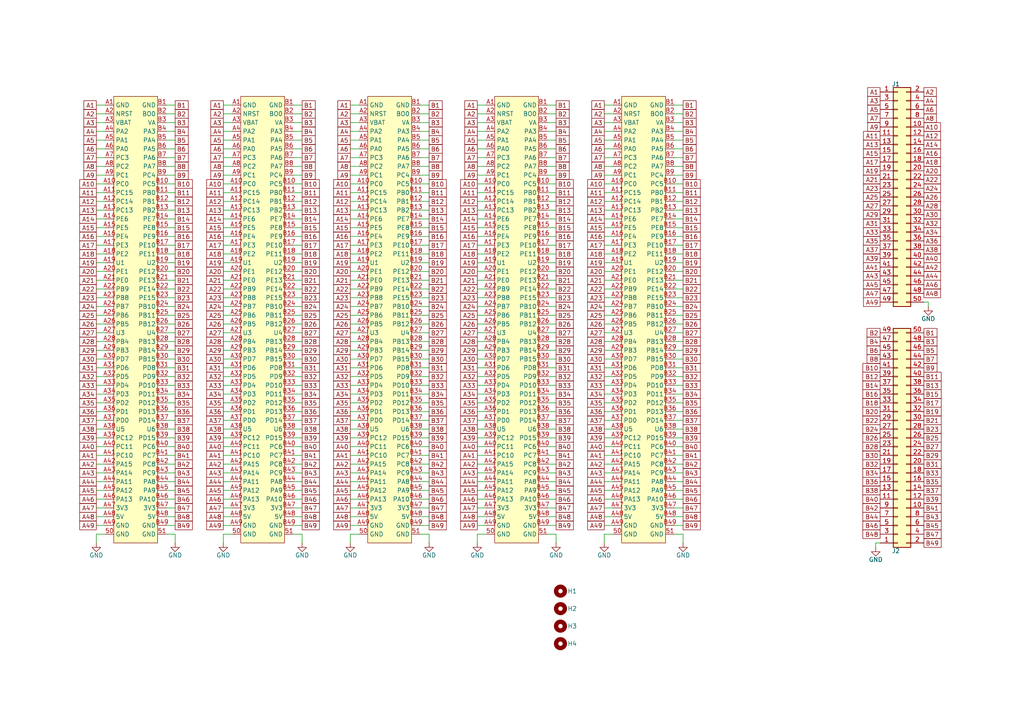
<source format=kicad_sch>
(kicad_sch (version 20250114) (generator "eeschema") (generator_version "9.0")
  (paper "A4")
  (title_block (title "${TITLE}") (rev "${REVISION}") (company "${COMPANY}") (comment 1 "${AUTHOR}") (comment 2 "${AUTHOR_EMAIL}"))
  (wire (pts (xy 198.12 76.2) (xy 195.58 76.2)))
  (wire (pts (xy 161.29 132.08) (xy 158.75 132.08)))
  (wire (pts (xy 27.94 116.84) (xy 30.48 116.84)))
  (wire (pts (xy 138.43 137.16) (xy 140.97 137.16)))
  (wire (pts (xy 87.63 99.06) (xy 85.09 99.06)))
  (wire (pts (xy 101.6 99.06) (xy 104.14 99.06)))
  (wire (pts (xy 124.46 154.94) (xy 124.46 157.48)))
  (wire (pts (xy 27.94 43.18) (xy 30.48 43.18)))
  (wire (pts (xy 161.29 58.42) (xy 158.75 58.42)))
  (wire (pts (xy 64.77 99.06) (xy 67.31 99.06)))
  (wire (pts (xy 50.8 38.1) (xy 48.26 38.1)))
  (wire (pts (xy 175.26 93.98) (xy 177.8 93.98)))
  (wire (pts (xy 198.12 121.92) (xy 195.58 121.92)))
  (wire (pts (xy 161.29 86.36) (xy 158.75 86.36)))
  (wire (pts (xy 87.63 147.32) (xy 85.09 147.32)))
  (wire (pts (xy 138.43 86.36) (xy 140.97 86.36)))
  (wire (pts (xy 198.12 106.68) (xy 195.58 106.68)))
  (wire (pts (xy 27.94 152.4) (xy 30.48 152.4)))
  (wire (pts (xy 27.94 91.44) (xy 30.48 91.44)))
  (wire (pts (xy 64.77 139.7) (xy 67.31 139.7)))
  (wire (pts (xy 101.6 134.62) (xy 104.14 134.62)))
  (wire (pts (xy 138.43 33.02) (xy 140.97 33.02)))
  (wire (pts (xy 50.8 35.56) (xy 48.26 35.56)))
  (wire (pts (xy 175.26 139.7) (xy 177.8 139.7)))
  (wire (pts (xy 175.26 147.32) (xy 177.8 147.32)))
  (wire (pts (xy 50.8 33.02) (xy 48.26 33.02)))
  (wire (pts (xy 198.12 114.3) (xy 195.58 114.3)))
  (wire (pts (xy 101.6 43.18) (xy 104.14 43.18)))
  (wire (pts (xy 64.77 144.78) (xy 67.31 144.78)))
  (wire (pts (xy 198.12 30.48) (xy 195.58 30.48)))
  (wire (pts (xy 138.43 129.54) (xy 140.97 129.54)))
  (wire (pts (xy 198.12 68.58) (xy 195.58 68.58)))
  (wire (pts (xy 27.94 60.96) (xy 30.48 60.96)))
  (wire (pts (xy 64.77 114.3) (xy 67.31 114.3)))
  (wire (pts (xy 101.6 139.7) (xy 104.14 139.7)))
  (wire (pts (xy 87.63 134.62) (xy 85.09 134.62)))
  (wire (pts (xy 50.8 116.84) (xy 48.26 116.84)))
  (wire (pts (xy 64.77 83.82) (xy 67.31 83.82)))
  (wire (pts (xy 124.46 76.2) (xy 121.92 76.2)))
  (wire (pts (xy 198.12 45.72) (xy 195.58 45.72)))
  (wire (pts (xy 87.63 53.34) (xy 85.09 53.34)))
  (wire (pts (xy 138.43 53.34) (xy 140.97 53.34)))
  (wire (pts (xy 27.94 111.76) (xy 30.48 111.76)))
  (wire (pts (xy 87.63 71.12) (xy 85.09 71.12)))
  (wire (pts (xy 198.12 60.96) (xy 195.58 60.96)))
  (wire (pts (xy 27.94 30.48) (xy 30.48 30.48)))
  (wire (pts (xy 138.43 109.22) (xy 140.97 109.22)))
  (wire (pts (xy 64.77 68.58) (xy 67.31 68.58)))
  (wire (pts (xy 27.94 81.28) (xy 30.48 81.28)))
  (wire (pts (xy 198.12 139.7) (xy 195.58 139.7)))
  (wire (pts (xy 87.63 66.04) (xy 85.09 66.04)))
  (wire (pts (xy 64.77 154.94) (xy 67.31 154.94)))
  (wire (pts (xy 161.29 73.66) (xy 158.75 73.66)))
  (wire (pts (xy 138.43 101.6) (xy 140.97 101.6)))
  (wire (pts (xy 124.46 53.34) (xy 121.92 53.34)))
  (wire (pts (xy 124.46 33.02) (xy 121.92 33.02)))
  (wire (pts (xy 50.8 101.6) (xy 48.26 101.6)))
  (wire (pts (xy 138.43 45.72) (xy 140.97 45.72)))
  (wire (pts (xy 27.94 53.34) (xy 30.48 53.34)))
  (wire (pts (xy 50.8 132.08) (xy 48.26 132.08)))
  (wire (pts (xy 124.46 66.04) (xy 121.92 66.04)))
  (wire (pts (xy 64.77 134.62) (xy 67.31 134.62)))
  (wire (pts (xy 27.94 147.32) (xy 30.48 147.32)))
  (wire (pts (xy 175.26 55.88) (xy 177.8 55.88)))
  (wire (pts (xy 138.43 78.74) (xy 140.97 78.74)))
  (wire (pts (xy 50.8 109.22) (xy 48.26 109.22)))
  (wire (pts (xy 161.29 78.74) (xy 158.75 78.74)))
  (wire (pts (xy 175.26 101.6) (xy 177.8 101.6)))
  (wire (pts (xy 158.75 154.94) (xy 161.29 154.94)))
  (wire (pts (xy 198.12 119.38) (xy 195.58 119.38)))
  (wire (pts (xy 138.43 55.88) (xy 140.97 55.88)))
  (wire (pts (xy 138.43 142.24) (xy 140.97 142.24)))
  (wire (pts (xy 161.29 33.02) (xy 158.75 33.02)))
  (wire (pts (xy 64.77 93.98) (xy 67.31 93.98)))
  (wire (pts (xy 50.8 73.66) (xy 48.26 73.66)))
  (wire (pts (xy 27.94 38.1) (xy 30.48 38.1)))
  (wire (pts (xy 64.77 45.72) (xy 67.31 45.72)))
  (wire (pts (xy 124.46 60.96) (xy 121.92 60.96)))
  (wire (pts (xy 198.12 35.56) (xy 195.58 35.56)))
  (wire (pts (xy 64.77 91.44) (xy 67.31 91.44)))
  (wire (pts (xy 101.6 30.48) (xy 104.14 30.48)))
  (wire (pts (xy 138.43 106.68) (xy 140.97 106.68)))
  (wire (pts (xy 50.8 114.3) (xy 48.26 114.3)))
  (wire (pts (xy 87.63 81.28) (xy 85.09 81.28)))
  (wire (pts (xy 198.12 111.76) (xy 195.58 111.76)))
  (wire (pts (xy 101.6 144.78) (xy 104.14 144.78)))
  (wire (pts (xy 101.6 50.8) (xy 104.14 50.8)))
  (wire (pts (xy 198.12 93.98) (xy 195.58 93.98)))
  (wire (pts (xy 161.29 35.56) (xy 158.75 35.56)))
  (wire (pts (xy 101.6 71.12) (xy 104.14 71.12)))
  (wire (pts (xy 87.63 137.16) (xy 85.09 137.16)))
  (wire (pts (xy 124.46 83.82) (xy 121.92 83.82)))
  (wire (pts (xy 101.6 157.48) (xy 101.6 154.94)))
  (wire (pts (xy 64.77 81.28) (xy 67.31 81.28)))
  (wire (pts (xy 101.6 38.1) (xy 104.14 38.1)))
  (wire (pts (xy 124.46 119.38) (xy 121.92 119.38)))
  (wire (pts (xy 161.29 71.12) (xy 158.75 71.12)))
  (wire (pts (xy 101.6 40.64) (xy 104.14 40.64)))
  (wire (pts (xy 50.8 40.64) (xy 48.26 40.64)))
  (wire (pts (xy 64.77 111.76) (xy 67.31 111.76)))
  (wire (pts (xy 198.12 124.46) (xy 195.58 124.46)))
  (wire (pts (xy 124.46 121.92) (xy 121.92 121.92)))
  (wire (pts (xy 138.43 149.86) (xy 140.97 149.86)))
  (wire (pts (xy 124.46 63.5) (xy 121.92 63.5)))
  (wire (pts (xy 175.26 66.04) (xy 177.8 66.04)))
  (wire (pts (xy 27.94 137.16) (xy 30.48 137.16)))
  (wire (pts (xy 101.6 60.96) (xy 104.14 60.96)))
  (wire (pts (xy 198.12 73.66) (xy 195.58 73.66)))
  (wire (pts (xy 64.77 53.34) (xy 67.31 53.34)))
  (wire (pts (xy 161.29 83.82) (xy 158.75 83.82)))
  (wire (pts (xy 175.26 127) (xy 177.8 127)))
  (wire (pts (xy 27.94 68.58) (xy 30.48 68.58)))
  (wire (pts (xy 124.46 43.18) (xy 121.92 43.18)))
  (wire (pts (xy 138.43 121.92) (xy 140.97 121.92)))
  (wire (pts (xy 87.63 83.82) (xy 85.09 83.82)))
  (wire (pts (xy 87.63 60.96) (xy 85.09 60.96)))
  (wire (pts (xy 101.6 142.24) (xy 104.14 142.24)))
  (wire (pts (xy 27.94 63.5) (xy 30.48 63.5)))
  (wire (pts (xy 101.6 154.94) (xy 104.14 154.94)))
  (wire (pts (xy 175.26 132.08) (xy 177.8 132.08)))
  (wire (pts (xy 175.26 45.72) (xy 177.8 45.72)))
  (wire (pts (xy 175.26 149.86) (xy 177.8 149.86)))
  (wire (pts (xy 87.63 152.4) (xy 85.09 152.4)))
  (wire (pts (xy 124.46 55.88) (xy 121.92 55.88)))
  (wire (pts (xy 50.8 111.76) (xy 48.26 111.76)))
  (wire (pts (xy 198.12 109.22) (xy 195.58 109.22)))
  (wire (pts (xy 124.46 73.66) (xy 121.92 73.66)))
  (wire (pts (xy 175.26 58.42) (xy 177.8 58.42)))
  (wire (pts (xy 138.43 147.32) (xy 140.97 147.32)))
  (wire (pts (xy 87.63 91.44) (xy 85.09 91.44)))
  (wire (pts (xy 175.26 157.48) (xy 175.26 154.94)))
  (wire (pts (xy 27.94 129.54) (xy 30.48 129.54)))
  (wire (pts (xy 64.77 147.32) (xy 67.31 147.32)))
  (wire (pts (xy 87.63 88.9) (xy 85.09 88.9)))
  (wire (pts (xy 64.77 38.1) (xy 67.31 38.1)))
  (wire (pts (xy 138.43 132.08) (xy 140.97 132.08)))
  (wire (pts (xy 138.43 48.26) (xy 140.97 48.26)))
  (wire (pts (xy 101.6 83.82) (xy 104.14 83.82)))
  (wire (pts (xy 87.63 139.7) (xy 85.09 139.7)))
  (wire (pts (xy 64.77 129.54) (xy 67.31 129.54)))
  (wire (pts (xy 124.46 81.28) (xy 121.92 81.28)))
  (wire (pts (xy 124.46 96.52) (xy 121.92 96.52)))
  (wire (pts (xy 198.12 144.78) (xy 195.58 144.78)))
  (wire (pts (xy 175.26 137.16) (xy 177.8 137.16)))
  (wire (pts (xy 27.94 132.08) (xy 30.48 132.08)))
  (wire (pts (xy 50.8 154.94) (xy 50.8 157.48)))
  (wire (pts (xy 101.6 76.2) (xy 104.14 76.2)))
  (wire (pts (xy 175.26 68.58) (xy 177.8 68.58)))
  (wire (pts (xy 87.63 111.76) (xy 85.09 111.76)))
  (wire (pts (xy 198.12 83.82) (xy 195.58 83.82)))
  (wire (pts (xy 198.12 88.9) (xy 195.58 88.9)))
  (wire (pts (xy 101.6 109.22) (xy 104.14 109.22)))
  (wire (pts (xy 198.12 132.08) (xy 195.58 132.08)))
  (wire (pts (xy 101.6 66.04) (xy 104.14 66.04)))
  (wire (pts (xy 124.46 78.74) (xy 121.92 78.74)))
  (wire (pts (xy 27.94 99.06) (xy 30.48 99.06)))
  (wire (pts (xy 48.26 154.94) (xy 50.8 154.94)))
  (wire (pts (xy 198.12 116.84) (xy 195.58 116.84)))
  (wire (pts (xy 124.46 58.42) (xy 121.92 58.42)))
  (wire (pts (xy 64.77 142.24) (xy 67.31 142.24)))
  (wire (pts (xy 161.29 116.84) (xy 158.75 116.84)))
  (wire (pts (xy 101.6 152.4) (xy 104.14 152.4)))
  (wire (pts (xy 124.46 91.44) (xy 121.92 91.44)))
  (wire (pts (xy 124.46 38.1) (xy 121.92 38.1)))
  (wire (pts (xy 138.43 93.98) (xy 140.97 93.98)))
  (wire (pts (xy 124.46 68.58) (xy 121.92 68.58)))
  (wire (pts (xy 27.94 50.8) (xy 30.48 50.8)))
  (wire (pts (xy 27.94 106.68) (xy 30.48 106.68)))
  (wire (pts (xy 50.8 50.8) (xy 48.26 50.8)))
  (wire (pts (xy 161.29 55.88) (xy 158.75 55.88)))
  (wire (pts (xy 64.77 116.84) (xy 67.31 116.84)))
  (wire (pts (xy 101.6 104.14) (xy 104.14 104.14)))
  (wire (pts (xy 27.94 142.24) (xy 30.48 142.24)))
  (wire (pts (xy 27.94 139.7) (xy 30.48 139.7)))
  (wire (pts (xy 138.43 99.06) (xy 140.97 99.06)))
  (wire (pts (xy 27.94 55.88) (xy 30.48 55.88)))
  (wire (pts (xy 101.6 35.56) (xy 104.14 35.56)))
  (wire (pts (xy 161.29 147.32) (xy 158.75 147.32)))
  (wire (pts (xy 175.26 60.96) (xy 177.8 60.96)))
  (wire (pts (xy 175.26 119.38) (xy 177.8 119.38)))
  (wire (pts (xy 175.26 91.44) (xy 177.8 91.44)))
  (wire (pts (xy 87.63 109.22) (xy 85.09 109.22)))
  (wire (pts (xy 101.6 101.6) (xy 104.14 101.6)))
  (wire (pts (xy 101.6 73.66) (xy 104.14 73.66)))
  (wire (pts (xy 161.29 139.7) (xy 158.75 139.7)))
  (wire (pts (xy 87.63 144.78) (xy 85.09 144.78)))
  (wire (pts (xy 198.12 63.5) (xy 195.58 63.5)))
  (wire (pts (xy 64.77 55.88) (xy 67.31 55.88)))
  (wire (pts (xy 101.6 127) (xy 104.14 127)))
  (wire (pts (xy 255.27 157.48) (xy 254 157.48)))
  (wire (pts (xy 138.43 43.18) (xy 140.97 43.18)))
  (wire (pts (xy 101.6 121.92) (xy 104.14 121.92)))
  (wire (pts (xy 198.12 147.32) (xy 195.58 147.32)))
  (wire (pts (xy 175.26 88.9) (xy 177.8 88.9)))
  (wire (pts (xy 124.46 109.22) (xy 121.92 109.22)))
  (wire (pts (xy 161.29 60.96) (xy 158.75 60.96)))
  (wire (pts (xy 87.63 93.98) (xy 85.09 93.98)))
  (wire (pts (xy 101.6 137.16) (xy 104.14 137.16)))
  (wire (pts (xy 101.6 93.98) (xy 104.14 93.98)))
  (wire (pts (xy 87.63 106.68) (xy 85.09 106.68)))
  (wire (pts (xy 161.29 40.64) (xy 158.75 40.64)))
  (wire (pts (xy 50.8 149.86) (xy 48.26 149.86)))
  (wire (pts (xy 64.77 60.96) (xy 67.31 60.96)))
  (wire (pts (xy 27.94 45.72) (xy 30.48 45.72)))
  (wire (pts (xy 161.29 154.94) (xy 161.29 157.48)))
  (wire (pts (xy 254 157.48) (xy 254 158.75)))
  (wire (pts (xy 101.6 58.42) (xy 104.14 58.42)))
  (wire (pts (xy 138.43 139.7) (xy 140.97 139.7)))
  (wire (pts (xy 161.29 88.9) (xy 158.75 88.9)))
  (wire (pts (xy 124.46 48.26) (xy 121.92 48.26)))
  (wire (pts (xy 124.46 99.06) (xy 121.92 99.06)))
  (wire (pts (xy 50.8 121.92) (xy 48.26 121.92)))
  (wire (pts (xy 87.63 154.94) (xy 87.63 157.48)))
  (wire (pts (xy 87.63 86.36) (xy 85.09 86.36)))
  (wire (pts (xy 161.29 96.52) (xy 158.75 96.52)))
  (wire (pts (xy 121.92 154.94) (xy 124.46 154.94)))
  (wire (pts (xy 50.8 55.88) (xy 48.26 55.88)))
  (wire (pts (xy 27.94 73.66) (xy 30.48 73.66)))
  (wire (pts (xy 27.94 114.3) (xy 30.48 114.3)))
  (wire (pts (xy 198.12 43.18) (xy 195.58 43.18)))
  (wire (pts (xy 198.12 127) (xy 195.58 127)))
  (wire (pts (xy 175.26 114.3) (xy 177.8 114.3)))
  (wire (pts (xy 161.29 101.6) (xy 158.75 101.6)))
  (wire (pts (xy 101.6 33.02) (xy 104.14 33.02)))
  (wire (pts (xy 175.26 111.76) (xy 177.8 111.76)))
  (wire (pts (xy 138.43 114.3) (xy 140.97 114.3)))
  (wire (pts (xy 50.8 68.58) (xy 48.26 68.58)))
  (wire (pts (xy 161.29 142.24) (xy 158.75 142.24)))
  (wire (pts (xy 138.43 111.76) (xy 140.97 111.76)))
  (wire (pts (xy 87.63 43.18) (xy 85.09 43.18)))
  (wire (pts (xy 198.12 50.8) (xy 195.58 50.8)))
  (wire (pts (xy 161.29 43.18) (xy 158.75 43.18)))
  (wire (pts (xy 50.8 88.9) (xy 48.26 88.9)))
  (wire (pts (xy 175.26 129.54) (xy 177.8 129.54)))
  (wire (pts (xy 138.43 58.42) (xy 140.97 58.42)))
  (wire (pts (xy 124.46 71.12) (xy 121.92 71.12)))
  (wire (pts (xy 267.97 87.63) (xy 269.24 87.63)))
  (wire (pts (xy 64.77 33.02) (xy 67.31 33.02)))
  (wire (pts (xy 64.77 86.36) (xy 67.31 86.36)))
  (wire (pts (xy 50.8 78.74) (xy 48.26 78.74)))
  (wire (pts (xy 138.43 73.66) (xy 140.97 73.66)))
  (wire (pts (xy 198.12 152.4) (xy 195.58 152.4)))
  (wire (pts (xy 161.29 111.76) (xy 158.75 111.76)))
  (wire (pts (xy 198.12 55.88) (xy 195.58 55.88)))
  (wire (pts (xy 124.46 147.32) (xy 121.92 147.32)))
  (wire (pts (xy 198.12 104.14) (xy 195.58 104.14)))
  (wire (pts (xy 124.46 35.56) (xy 121.92 35.56)))
  (wire (pts (xy 27.94 144.78) (xy 30.48 144.78)))
  (wire (pts (xy 64.77 157.48) (xy 64.77 154.94)))
  (wire (pts (xy 124.46 134.62) (xy 121.92 134.62)))
  (wire (pts (xy 101.6 78.74) (xy 104.14 78.74)))
  (wire (pts (xy 161.29 66.04) (xy 158.75 66.04)))
  (wire (pts (xy 101.6 81.28) (xy 104.14 81.28)))
  (wire (pts (xy 27.94 104.14) (xy 30.48 104.14)))
  (wire (pts (xy 101.6 129.54) (xy 104.14 129.54)))
  (wire (pts (xy 175.26 124.46) (xy 177.8 124.46)))
  (wire (pts (xy 138.43 144.78) (xy 140.97 144.78)))
  (wire (pts (xy 50.8 45.72) (xy 48.26 45.72)))
  (wire (pts (xy 124.46 142.24) (xy 121.92 142.24)))
  (wire (pts (xy 175.26 63.5) (xy 177.8 63.5)))
  (wire (pts (xy 50.8 58.42) (xy 48.26 58.42)))
  (wire (pts (xy 138.43 119.38) (xy 140.97 119.38)))
  (wire (pts (xy 198.12 81.28) (xy 195.58 81.28)))
  (wire (pts (xy 161.29 30.48) (xy 158.75 30.48)))
  (wire (pts (xy 138.43 124.46) (xy 140.97 124.46)))
  (wire (pts (xy 161.29 152.4) (xy 158.75 152.4)))
  (wire (pts (xy 50.8 86.36) (xy 48.26 86.36)))
  (wire (pts (xy 50.8 129.54) (xy 48.26 129.54)))
  (wire (pts (xy 138.43 68.58) (xy 140.97 68.58)))
  (wire (pts (xy 198.12 53.34) (xy 195.58 53.34)))
  (wire (pts (xy 50.8 91.44) (xy 48.26 91.44)))
  (wire (pts (xy 64.77 35.56) (xy 67.31 35.56)))
  (wire (pts (xy 27.94 93.98) (xy 30.48 93.98)))
  (wire (pts (xy 175.26 73.66) (xy 177.8 73.66)))
  (wire (pts (xy 198.12 137.16) (xy 195.58 137.16)))
  (wire (pts (xy 64.77 152.4) (xy 67.31 152.4)))
  (wire (pts (xy 50.8 144.78) (xy 48.26 144.78)))
  (wire (pts (xy 198.12 40.64) (xy 195.58 40.64)))
  (wire (pts (xy 50.8 66.04) (xy 48.26 66.04)))
  (wire (pts (xy 175.26 78.74) (xy 177.8 78.74)))
  (wire (pts (xy 64.77 88.9) (xy 67.31 88.9)))
  (wire (pts (xy 101.6 119.38) (xy 104.14 119.38)))
  (wire (pts (xy 87.63 149.86) (xy 85.09 149.86)))
  (wire (pts (xy 101.6 86.36) (xy 104.14 86.36)))
  (wire (pts (xy 175.26 81.28) (xy 177.8 81.28)))
  (wire (pts (xy 161.29 63.5) (xy 158.75 63.5)))
  (wire (pts (xy 175.26 106.68) (xy 177.8 106.68)))
  (wire (pts (xy 50.8 48.26) (xy 48.26 48.26)))
  (wire (pts (xy 175.26 154.94) (xy 177.8 154.94)))
  (wire (pts (xy 101.6 116.84) (xy 104.14 116.84)))
  (wire (pts (xy 50.8 96.52) (xy 48.26 96.52)))
  (wire (pts (xy 101.6 96.52) (xy 104.14 96.52)))
  (wire (pts (xy 87.63 121.92) (xy 85.09 121.92)))
  (wire (pts (xy 175.26 116.84) (xy 177.8 116.84)))
  (wire (pts (xy 101.6 114.3) (xy 104.14 114.3)))
  (wire (pts (xy 27.94 33.02) (xy 30.48 33.02)))
  (wire (pts (xy 87.63 30.48) (xy 85.09 30.48)))
  (wire (pts (xy 138.43 30.48) (xy 140.97 30.48)))
  (wire (pts (xy 198.12 71.12) (xy 195.58 71.12)))
  (wire (pts (xy 124.46 114.3) (xy 121.92 114.3)))
  (wire (pts (xy 161.29 127) (xy 158.75 127)))
  (wire (pts (xy 195.58 154.94) (xy 198.12 154.94)))
  (wire (pts (xy 161.29 93.98) (xy 158.75 93.98)))
  (wire (pts (xy 198.12 101.6) (xy 195.58 101.6)))
  (wire (pts (xy 87.63 132.08) (xy 85.09 132.08)))
  (wire (pts (xy 138.43 154.94) (xy 140.97 154.94)))
  (wire (pts (xy 101.6 63.5) (xy 104.14 63.5)))
  (wire (pts (xy 161.29 91.44) (xy 158.75 91.44)))
  (wire (pts (xy 27.94 134.62) (xy 30.48 134.62)))
  (wire (pts (xy 64.77 109.22) (xy 67.31 109.22)))
  (wire (pts (xy 87.63 48.26) (xy 85.09 48.26)))
  (wire (pts (xy 87.63 45.72) (xy 85.09 45.72)))
  (wire (pts (xy 198.12 33.02) (xy 195.58 33.02)))
  (wire (pts (xy 161.29 106.68) (xy 158.75 106.68)))
  (wire (pts (xy 161.29 45.72) (xy 158.75 45.72)))
  (wire (pts (xy 175.26 43.18) (xy 177.8 43.18)))
  (wire (pts (xy 27.94 83.82) (xy 30.48 83.82)))
  (wire (pts (xy 124.46 116.84) (xy 121.92 116.84)))
  (wire (pts (xy 175.26 109.22) (xy 177.8 109.22)))
  (wire (pts (xy 161.29 68.58) (xy 158.75 68.58)))
  (wire (pts (xy 124.46 152.4) (xy 121.92 152.4)))
  (wire (pts (xy 27.94 154.94) (xy 30.48 154.94)))
  (wire (pts (xy 175.26 71.12) (xy 177.8 71.12)))
  (wire (pts (xy 50.8 71.12) (xy 48.26 71.12)))
  (wire (pts (xy 161.29 38.1) (xy 158.75 38.1)))
  (wire (pts (xy 138.43 40.64) (xy 140.97 40.64)))
  (wire (pts (xy 64.77 119.38) (xy 67.31 119.38)))
  (wire (pts (xy 161.29 114.3) (xy 158.75 114.3)))
  (wire (pts (xy 198.12 129.54) (xy 195.58 129.54)))
  (wire (pts (xy 27.94 66.04) (xy 30.48 66.04)))
  (wire (pts (xy 27.94 71.12) (xy 30.48 71.12)))
  (wire (pts (xy 124.46 30.48) (xy 121.92 30.48)))
  (wire (pts (xy 64.77 149.86) (xy 67.31 149.86)))
  (wire (pts (xy 64.77 40.64) (xy 67.31 40.64)))
  (wire (pts (xy 64.77 73.66) (xy 67.31 73.66)))
  (wire (pts (xy 175.26 121.92) (xy 177.8 121.92)))
  (wire (pts (xy 175.26 96.52) (xy 177.8 96.52)))
  (wire (pts (xy 138.43 35.56) (xy 140.97 35.56)))
  (wire (pts (xy 198.12 154.94) (xy 198.12 157.48)))
  (wire (pts (xy 124.46 104.14) (xy 121.92 104.14)))
  (wire (pts (xy 64.77 132.08) (xy 67.31 132.08)))
  (wire (pts (xy 101.6 132.08) (xy 104.14 132.08)))
  (wire (pts (xy 50.8 53.34) (xy 48.26 53.34)))
  (wire (pts (xy 87.63 127) (xy 85.09 127)))
  (wire (pts (xy 161.29 129.54) (xy 158.75 129.54)))
  (wire (pts (xy 87.63 116.84) (xy 85.09 116.84)))
  (wire (pts (xy 198.12 96.52) (xy 195.58 96.52)))
  (wire (pts (xy 175.26 144.78) (xy 177.8 144.78)))
  (wire (pts (xy 101.6 91.44) (xy 104.14 91.44)))
  (wire (pts (xy 64.77 58.42) (xy 67.31 58.42)))
  (wire (pts (xy 138.43 96.52) (xy 140.97 96.52)))
  (wire (pts (xy 87.63 50.8) (xy 85.09 50.8)))
  (wire (pts (xy 175.26 86.36) (xy 177.8 86.36)))
  (wire (pts (xy 27.94 121.92) (xy 30.48 121.92)))
  (wire (pts (xy 198.12 66.04) (xy 195.58 66.04)))
  (wire (pts (xy 50.8 63.5) (xy 48.26 63.5)))
  (wire (pts (xy 87.63 58.42) (xy 85.09 58.42)))
  (wire (pts (xy 198.12 149.86) (xy 195.58 149.86)))
  (wire (pts (xy 101.6 88.9) (xy 104.14 88.9)))
  (wire (pts (xy 101.6 45.72) (xy 104.14 45.72)))
  (wire (pts (xy 138.43 76.2) (xy 140.97 76.2)))
  (wire (pts (xy 161.29 76.2) (xy 158.75 76.2)))
  (wire (pts (xy 27.94 96.52) (xy 30.48 96.52)))
  (wire (pts (xy 87.63 38.1) (xy 85.09 38.1)))
  (wire (pts (xy 138.43 63.5) (xy 140.97 63.5)))
  (wire (pts (xy 138.43 60.96) (xy 140.97 60.96)))
  (wire (pts (xy 87.63 96.52) (xy 85.09 96.52)))
  (wire (pts (xy 64.77 124.46) (xy 67.31 124.46)))
  (wire (pts (xy 64.77 71.12) (xy 67.31 71.12)))
  (wire (pts (xy 27.94 109.22) (xy 30.48 109.22)))
  (wire (pts (xy 101.6 147.32) (xy 104.14 147.32)))
  (wire (pts (xy 101.6 53.34) (xy 104.14 53.34)))
  (wire (pts (xy 27.94 58.42) (xy 30.48 58.42)))
  (wire (pts (xy 50.8 119.38) (xy 48.26 119.38)))
  (wire (pts (xy 87.63 63.5) (xy 85.09 63.5)))
  (wire (pts (xy 198.12 78.74) (xy 195.58 78.74)))
  (wire (pts (xy 64.77 30.48) (xy 67.31 30.48)))
  (wire (pts (xy 161.29 121.92) (xy 158.75 121.92)))
  (wire (pts (xy 124.46 132.08) (xy 121.92 132.08)))
  (wire (pts (xy 161.29 119.38) (xy 158.75 119.38)))
  (wire (pts (xy 27.94 78.74) (xy 30.48 78.74)))
  (wire (pts (xy 64.77 50.8) (xy 67.31 50.8)))
  (wire (pts (xy 198.12 142.24) (xy 195.58 142.24)))
  (wire (pts (xy 138.43 104.14) (xy 140.97 104.14)))
  (wire (pts (xy 87.63 33.02) (xy 85.09 33.02)))
  (wire (pts (xy 87.63 101.6) (xy 85.09 101.6)))
  (wire (pts (xy 124.46 111.76) (xy 121.92 111.76)))
  (wire (pts (xy 175.26 152.4) (xy 177.8 152.4)))
  (wire (pts (xy 175.26 35.56) (xy 177.8 35.56)))
  (wire (pts (xy 198.12 58.42) (xy 195.58 58.42)))
  (wire (pts (xy 64.77 104.14) (xy 67.31 104.14)))
  (wire (pts (xy 175.26 142.24) (xy 177.8 142.24)))
  (wire (pts (xy 198.12 134.62) (xy 195.58 134.62)))
  (wire (pts (xy 64.77 121.92) (xy 67.31 121.92)))
  (wire (pts (xy 124.46 50.8) (xy 121.92 50.8)))
  (wire (pts (xy 87.63 40.64) (xy 85.09 40.64)))
  (wire (pts (xy 27.94 40.64) (xy 30.48 40.64)))
  (wire (pts (xy 64.77 76.2) (xy 67.31 76.2)))
  (wire (pts (xy 64.77 106.68) (xy 67.31 106.68)))
  (wire (pts (xy 138.43 116.84) (xy 140.97 116.84)))
  (wire (pts (xy 64.77 66.04) (xy 67.31 66.04)))
  (wire (pts (xy 27.94 86.36) (xy 30.48 86.36)))
  (wire (pts (xy 50.8 124.46) (xy 48.26 124.46)))
  (wire (pts (xy 124.46 144.78) (xy 121.92 144.78)))
  (wire (pts (xy 161.29 53.34) (xy 158.75 53.34)))
  (wire (pts (xy 101.6 124.46) (xy 104.14 124.46)))
  (wire (pts (xy 27.94 157.48) (xy 27.94 154.94)))
  (wire (pts (xy 175.26 104.14) (xy 177.8 104.14)))
  (wire (pts (xy 124.46 93.98) (xy 121.92 93.98)))
  (wire (pts (xy 161.29 48.26) (xy 158.75 48.26)))
  (wire (pts (xy 124.46 40.64) (xy 121.92 40.64)))
  (wire (pts (xy 50.8 147.32) (xy 48.26 147.32)))
  (wire (pts (xy 138.43 71.12) (xy 140.97 71.12)))
  (wire (pts (xy 124.46 137.16) (xy 121.92 137.16)))
  (wire (pts (xy 27.94 35.56) (xy 30.48 35.56)))
  (wire (pts (xy 50.8 134.62) (xy 48.26 134.62)))
  (wire (pts (xy 161.29 50.8) (xy 158.75 50.8)))
  (wire (pts (xy 138.43 50.8) (xy 140.97 50.8)))
  (wire (pts (xy 138.43 134.62) (xy 140.97 134.62)))
  (wire (pts (xy 27.94 124.46) (xy 30.48 124.46)))
  (wire (pts (xy 50.8 76.2) (xy 48.26 76.2)))
  (wire (pts (xy 87.63 35.56) (xy 85.09 35.56)))
  (wire (pts (xy 64.77 137.16) (xy 67.31 137.16)))
  (wire (pts (xy 64.77 101.6) (xy 67.31 101.6)))
  (wire (pts (xy 64.77 63.5) (xy 67.31 63.5)))
  (wire (pts (xy 161.29 81.28) (xy 158.75 81.28)))
  (wire (pts (xy 161.29 99.06) (xy 158.75 99.06)))
  (wire (pts (xy 50.8 127) (xy 48.26 127)))
  (wire (pts (xy 161.29 104.14) (xy 158.75 104.14)))
  (wire (pts (xy 175.26 134.62) (xy 177.8 134.62)))
  (wire (pts (xy 87.63 114.3) (xy 85.09 114.3)))
  (wire (pts (xy 50.8 83.82) (xy 48.26 83.82)))
  (wire (pts (xy 50.8 93.98) (xy 48.26 93.98)))
  (wire (pts (xy 87.63 119.38) (xy 85.09 119.38)))
  (wire (pts (xy 64.77 127) (xy 67.31 127)))
  (wire (pts (xy 175.26 99.06) (xy 177.8 99.06)))
  (wire (pts (xy 138.43 91.44) (xy 140.97 91.44)))
  (wire (pts (xy 124.46 127) (xy 121.92 127)))
  (wire (pts (xy 198.12 86.36) (xy 195.58 86.36)))
  (wire (pts (xy 175.26 33.02) (xy 177.8 33.02)))
  (wire (pts (xy 87.63 104.14) (xy 85.09 104.14)))
  (wire (pts (xy 138.43 81.28) (xy 140.97 81.28)))
  (wire (pts (xy 50.8 152.4) (xy 48.26 152.4)))
  (wire (pts (xy 138.43 38.1) (xy 140.97 38.1)))
  (wire (pts (xy 198.12 91.44) (xy 195.58 91.44)))
  (wire (pts (xy 161.29 124.46) (xy 158.75 124.46)))
  (wire (pts (xy 198.12 48.26) (xy 195.58 48.26)))
  (wire (pts (xy 161.29 137.16) (xy 158.75 137.16)))
  (wire (pts (xy 198.12 99.06) (xy 195.58 99.06)))
  (wire (pts (xy 87.63 55.88) (xy 85.09 55.88)))
  (wire (pts (xy 175.26 50.8) (xy 177.8 50.8)))
  (wire (pts (xy 27.94 119.38) (xy 30.48 119.38)))
  (wire (pts (xy 101.6 48.26) (xy 104.14 48.26)))
  (wire (pts (xy 87.63 142.24) (xy 85.09 142.24)))
  (wire (pts (xy 124.46 149.86) (xy 121.92 149.86)))
  (wire (pts (xy 50.8 81.28) (xy 48.26 81.28)))
  (wire (pts (xy 50.8 99.06) (xy 48.26 99.06)))
  (wire (pts (xy 85.09 154.94) (xy 87.63 154.94)))
  (wire (pts (xy 87.63 73.66) (xy 85.09 73.66)))
  (wire (pts (xy 101.6 55.88) (xy 104.14 55.88)))
  (wire (pts (xy 198.12 38.1) (xy 195.58 38.1)))
  (wire (pts (xy 175.26 53.34) (xy 177.8 53.34)))
  (wire (pts (xy 27.94 101.6) (xy 30.48 101.6)))
  (wire (pts (xy 175.26 30.48) (xy 177.8 30.48)))
  (wire (pts (xy 138.43 152.4) (xy 140.97 152.4)))
  (wire (pts (xy 64.77 48.26) (xy 67.31 48.26)))
  (wire (pts (xy 138.43 88.9) (xy 140.97 88.9)))
  (wire (pts (xy 124.46 101.6) (xy 121.92 101.6)))
  (wire (pts (xy 87.63 78.74) (xy 85.09 78.74)))
  (wire (pts (xy 64.77 96.52) (xy 67.31 96.52)))
  (wire (pts (xy 175.26 48.26) (xy 177.8 48.26)))
  (wire (pts (xy 87.63 76.2) (xy 85.09 76.2)))
  (wire (pts (xy 50.8 104.14) (xy 48.26 104.14)))
  (wire (pts (xy 87.63 124.46) (xy 85.09 124.46)))
  (wire (pts (xy 124.46 139.7) (xy 121.92 139.7)))
  (wire (pts (xy 101.6 68.58) (xy 104.14 68.58)))
  (wire (pts (xy 50.8 60.96) (xy 48.26 60.96)))
  (wire (pts (xy 138.43 83.82) (xy 140.97 83.82)))
  (wire (pts (xy 50.8 106.68) (xy 48.26 106.68)))
  (wire (pts (xy 269.24 87.63) (xy 269.24 88.9)))
  (wire (pts (xy 27.94 76.2) (xy 30.48 76.2)))
  (wire (pts (xy 124.46 124.46) (xy 121.92 124.46)))
  (wire (pts (xy 101.6 111.76) (xy 104.14 111.76)))
  (wire (pts (xy 64.77 78.74) (xy 67.31 78.74)))
  (wire (pts (xy 50.8 142.24) (xy 48.26 142.24)))
  (wire (pts (xy 138.43 127) (xy 140.97 127)))
  (wire (pts (xy 27.94 48.26) (xy 30.48 48.26)))
  (wire (pts (xy 27.94 127) (xy 30.48 127)))
  (wire (pts (xy 50.8 30.48) (xy 48.26 30.48)))
  (wire (pts (xy 64.77 43.18) (xy 67.31 43.18)))
  (wire (pts (xy 124.46 86.36) (xy 121.92 86.36)))
  (wire (pts (xy 101.6 149.86) (xy 104.14 149.86)))
  (wire (pts (xy 101.6 106.68) (xy 104.14 106.68)))
  (wire (pts (xy 27.94 88.9) (xy 30.48 88.9)))
  (wire (pts (xy 175.26 40.64) (xy 177.8 40.64)))
  (wire (pts (xy 124.46 129.54) (xy 121.92 129.54)))
  (wire (pts (xy 138.43 157.48) (xy 138.43 154.94)))
  (wire (pts (xy 50.8 139.7) (xy 48.26 139.7)))
  (wire (pts (xy 124.46 88.9) (xy 121.92 88.9)))
  (wire (pts (xy 175.26 83.82) (xy 177.8 83.82)))
  (wire (pts (xy 161.29 109.22) (xy 158.75 109.22)))
  (wire (pts (xy 175.26 38.1) (xy 177.8 38.1)))
  (wire (pts (xy 161.29 149.86) (xy 158.75 149.86)))
  (wire (pts (xy 124.46 45.72) (xy 121.92 45.72)))
  (wire (pts (xy 175.26 76.2) (xy 177.8 76.2)))
  (wire (pts (xy 50.8 43.18) (xy 48.26 43.18)))
  (wire (pts (xy 161.29 134.62) (xy 158.75 134.62)))
  (wire (pts (xy 124.46 106.68) (xy 121.92 106.68)))
  (wire (pts (xy 87.63 68.58) (xy 85.09 68.58)))
  (wire (pts (xy 50.8 137.16) (xy 48.26 137.16)))
  (wire (pts (xy 138.43 66.04) (xy 140.97 66.04)))
  (wire (pts (xy 161.29 144.78) (xy 158.75 144.78)))
  (wire (pts (xy 87.63 129.54) (xy 85.09 129.54)))
  (wire (pts (xy 27.94 149.86) (xy 30.48 149.86)))
  (global_label "B25" (shape passive) (at 198.12 91.44 0) (property "Intersheetrefs" "${INTERSHEET_REFS}" (effects (hide yes))))
  (global_label "A20" (shape passive) (at 27.94 78.74 180) (property "Intersheetrefs" "${INTERSHEET_REFS}" (effects (hide yes))))
  (global_label "A31" (shape passive) (at 27.94 106.68 180) (property "Intersheetrefs" "${INTERSHEET_REFS}" (effects (hide yes))))
  (global_label "A25" (shape passive) (at 175.26 91.44 180) (property "Intersheetrefs" "${INTERSHEET_REFS}" (effects (hide yes))))
  (global_label "B47" (shape passive) (at 161.29 147.32 0) (property "Intersheetrefs" "${INTERSHEET_REFS}" (effects (hide yes))))
  (global_label "A29" (shape passive) (at 138.43 101.6 180) (property "Intersheetrefs" "${INTERSHEET_REFS}" (effects (hide yes))))
  (global_label "A6" (shape passive) (at 27.94 43.18 180) (property "Intersheetrefs" "${INTERSHEET_REFS}" (effects (hide yes))))
  (global_label "B33" (shape passive) (at 87.63 111.76 0) (property "Intersheetrefs" "${INTERSHEET_REFS}" (effects (hide yes))))
  (global_label "B34" (shape passive) (at 161.29 114.3 0) (property "Intersheetrefs" "${INTERSHEET_REFS}" (effects (hide yes))))
  (global_label "A16" (shape passive) (at 175.26 68.58 180) (property "Intersheetrefs" "${INTERSHEET_REFS}" (effects (hide yes))))
  (global_label "A7" (shape passive) (at 101.6 45.72 180) (property "Intersheetrefs" "${INTERSHEET_REFS}" (effects (hide yes))))
  (global_label "B40" (shape passive) (at 161.29 129.54 0) (property "Intersheetrefs" "${INTERSHEET_REFS}" (effects (hide yes))))
  (global_label "B39" (shape passive) (at 124.46 127 0) (property "Intersheetrefs" "${INTERSHEET_REFS}" (effects (hide yes))))
  (global_label "B11" (shape passive) (at 267.97 109.22 0) (property "Intersheetrefs" "${INTERSHEET_REFS}" (effects (hide yes))))
  (global_label "A20" (shape passive) (at 138.43 78.74 180) (property "Intersheetrefs" "${INTERSHEET_REFS}" (effects (hide yes))))
  (global_label "B16" (shape passive) (at 124.46 68.58 0) (property "Intersheetrefs" "${INTERSHEET_REFS}" (effects (hide yes))))
  (global_label "A31" (shape passive) (at 255.27 64.77 180) (property "Intersheetrefs" "${INTERSHEET_REFS}" (effects (hide yes))))
  (global_label "B30" (shape passive) (at 255.27 132.08 180) (property "Intersheetrefs" "${INTERSHEET_REFS}" (effects (hide yes))))
  (global_label "B25" (shape passive) (at 124.46 91.44 0) (property "Intersheetrefs" "${INTERSHEET_REFS}" (effects (hide yes))))
  (global_label "A19" (shape passive) (at 64.77 76.2 180) (property "Intersheetrefs" "${INTERSHEET_REFS}" (effects (hide yes))))
  (global_label "B27" (shape passive) (at 124.46 96.52 0) (property "Intersheetrefs" "${INTERSHEET_REFS}" (effects (hide yes))))
  (global_label "A47" (shape passive) (at 138.43 147.32 180) (property "Intersheetrefs" "${INTERSHEET_REFS}" (effects (hide yes))))
  (global_label "B4" (shape passive) (at 198.12 38.1 0) (property "Intersheetrefs" "${INTERSHEET_REFS}" (effects (hide yes))))
  (global_label "A4" (shape passive) (at 175.26 38.1 180) (property "Intersheetrefs" "${INTERSHEET_REFS}" (effects (hide yes))))
  (global_label "B42" (shape passive) (at 124.46 134.62 0) (property "Intersheetrefs" "${INTERSHEET_REFS}" (effects (hide yes))))
  (global_label "B18" (shape passive) (at 87.63 73.66 0) (property "Intersheetrefs" "${INTERSHEET_REFS}" (effects (hide yes))))
  (global_label "B24" (shape passive) (at 161.29 88.9 0) (property "Intersheetrefs" "${INTERSHEET_REFS}" (effects (hide yes))))
  (global_label "A25" (shape passive) (at 255.27 57.15 180) (property "Intersheetrefs" "${INTERSHEET_REFS}" (effects (hide yes))))
  (global_label "A41" (shape passive) (at 255.27 77.47 180) (property "Intersheetrefs" "${INTERSHEET_REFS}" (effects (hide yes))))
  (global_label "B12" (shape passive) (at 198.12 58.42 0) (property "Intersheetrefs" "${INTERSHEET_REFS}" (effects (hide yes))))
  (global_label "A2" (shape passive) (at 138.43 33.02 180) (property "Intersheetrefs" "${INTERSHEET_REFS}" (effects (hide yes))))
  (global_label "A45" (shape passive) (at 27.94 142.24 180) (property "Intersheetrefs" "${INTERSHEET_REFS}" (effects (hide yes))))
  (global_label "B20" (shape passive) (at 198.12 78.74 0) (property "Intersheetrefs" "${INTERSHEET_REFS}" (effects (hide yes))))
  (global_label "A42" (shape passive) (at 175.26 134.62 180) (property "Intersheetrefs" "${INTERSHEET_REFS}" (effects (hide yes))))
  (global_label "B14" (shape passive) (at 50.8 63.5 0) (property "Intersheetrefs" "${INTERSHEET_REFS}" (effects (hide yes))))
  (global_label "A26" (shape passive) (at 175.26 93.98 180) (property "Intersheetrefs" "${INTERSHEET_REFS}" (effects (hide yes))))
  (global_label "B4" (shape passive) (at 161.29 38.1 0) (property "Intersheetrefs" "${INTERSHEET_REFS}" (effects (hide yes))))
  (global_label "A33" (shape passive) (at 101.6 111.76 180) (property "Intersheetrefs" "${INTERSHEET_REFS}" (effects (hide yes))))
  (global_label "A35" (shape passive) (at 255.27 69.85 180) (property "Intersheetrefs" "${INTERSHEET_REFS}" (effects (hide yes))))
  (global_label "B2" (shape passive) (at 124.46 33.02 0) (property "Intersheetrefs" "${INTERSHEET_REFS}" (effects (hide yes))))
  (global_label "A43" (shape passive) (at 175.26 137.16 180) (property "Intersheetrefs" "${INTERSHEET_REFS}" (effects (hide yes))))
  (global_label "B14" (shape passive) (at 198.12 63.5 0) (property "Intersheetrefs" "${INTERSHEET_REFS}" (effects (hide yes))))
  (global_label "B6" (shape passive) (at 198.12 43.18 0) (property "Intersheetrefs" "${INTERSHEET_REFS}" (effects (hide yes))))
  (global_label "B46" (shape passive) (at 87.63 144.78 0) (property "Intersheetrefs" "${INTERSHEET_REFS}" (effects (hide yes))))
  (global_label "A15" (shape passive) (at 101.6 66.04 180) (property "Intersheetrefs" "${INTERSHEET_REFS}" (effects (hide yes))))
  (global_label "A39" (shape passive) (at 64.77 127 180) (property "Intersheetrefs" "${INTERSHEET_REFS}" (effects (hide yes))))
  (global_label "B42" (shape passive) (at 161.29 134.62 0) (property "Intersheetrefs" "${INTERSHEET_REFS}" (effects (hide yes))))
  (global_label "A21" (shape passive) (at 27.94 81.28 180) (property "Intersheetrefs" "${INTERSHEET_REFS}" (effects (hide yes))))
  (global_label "A46" (shape passive) (at 27.94 144.78 180) (property "Intersheetrefs" "${INTERSHEET_REFS}" (effects (hide yes))))
  (global_label "B10" (shape passive) (at 161.29 53.34 0) (property "Intersheetrefs" "${INTERSHEET_REFS}" (effects (hide yes))))
  (global_label "B23" (shape passive) (at 198.12 86.36 0) (property "Intersheetrefs" "${INTERSHEET_REFS}" (effects (hide yes))))
  (global_label "B47" (shape passive) (at 124.46 147.32 0) (property "Intersheetrefs" "${INTERSHEET_REFS}" (effects (hide yes))))
  (global_label "B3" (shape passive) (at 267.97 99.06 0) (property "Intersheetrefs" "${INTERSHEET_REFS}" (effects (hide yes))))
  (global_label "B13" (shape passive) (at 50.8 60.96 0) (property "Intersheetrefs" "${INTERSHEET_REFS}" (effects (hide yes))))
  (global_label "A40" (shape passive) (at 175.26 129.54 180) (property "Intersheetrefs" "${INTERSHEET_REFS}" (effects (hide yes))))
  (global_label "A6" (shape passive) (at 175.26 43.18 180) (property "Intersheetrefs" "${INTERSHEET_REFS}" (effects (hide yes))))
  (global_label "A20" (shape passive) (at 101.6 78.74 180) (property "Intersheetrefs" "${INTERSHEET_REFS}" (effects (hide yes))))
  (global_label "A11" (shape passive) (at 101.6 55.88 180) (property "Intersheetrefs" "${INTERSHEET_REFS}" (effects (hide yes))))
  (global_label "A5" (shape passive) (at 101.6 40.64 180) (property "Intersheetrefs" "${INTERSHEET_REFS}" (effects (hide yes))))
  (global_label "A42" (shape passive) (at 138.43 134.62 180) (property "Intersheetrefs" "${INTERSHEET_REFS}" (effects (hide yes))))
  (global_label "A8" (shape passive) (at 138.43 48.26 180) (property "Intersheetrefs" "${INTERSHEET_REFS}" (effects (hide yes))))
  (global_label "B17" (shape passive) (at 87.63 71.12 0) (property "Intersheetrefs" "${INTERSHEET_REFS}" (effects (hide yes))))
  (global_label "B32" (shape passive) (at 124.46 109.22 0) (property "Intersheetrefs" "${INTERSHEET_REFS}" (effects (hide yes))))
  (global_label "A31" (shape passive) (at 64.77 106.68 180) (property "Intersheetrefs" "${INTERSHEET_REFS}" (effects (hide yes))))
  (global_label "A44" (shape passive) (at 175.26 139.7 180) (property "Intersheetrefs" "${INTERSHEET_REFS}" (effects (hide yes))))
  (global_label "A22" (shape passive) (at 175.26 83.82 180) (property "Intersheetrefs" "${INTERSHEET_REFS}" (effects (hide yes))))
  (global_label "A9" (shape passive) (at 175.26 50.8 180) (property "Intersheetrefs" "${INTERSHEET_REFS}" (effects (hide yes))))
  (global_label "A15" (shape passive) (at 27.94 66.04 180) (property "Intersheetrefs" "${INTERSHEET_REFS}" (effects (hide yes))))
  (global_label "A3" (shape passive) (at 27.94 35.56 180) (property "Intersheetrefs" "${INTERSHEET_REFS}" (effects (hide yes))))
  (global_label "B13" (shape passive) (at 124.46 60.96 0) (property "Intersheetrefs" "${INTERSHEET_REFS}" (effects (hide yes))))
  (global_label "B27" (shape passive) (at 87.63 96.52 0) (property "Intersheetrefs" "${INTERSHEET_REFS}" (effects (hide yes))))
  (global_label "B27" (shape passive) (at 267.97 129.54 0) (property "Intersheetrefs" "${INTERSHEET_REFS}" (effects (hide yes))))
  (global_label "A18" (shape passive) (at 101.6 73.66 180) (property "Intersheetrefs" "${INTERSHEET_REFS}" (effects (hide yes))))
  (global_label "B28" (shape passive) (at 124.46 99.06 0) (property "Intersheetrefs" "${INTERSHEET_REFS}" (effects (hide yes))))
  (global_label "B29" (shape passive) (at 267.97 132.08 0) (property "Intersheetrefs" "${INTERSHEET_REFS}" (effects (hide yes))))
  (global_label "A43" (shape passive) (at 138.43 137.16 180) (property "Intersheetrefs" "${INTERSHEET_REFS}" (effects (hide yes))))
  (global_label "B38" (shape passive) (at 50.8 124.46 0) (property "Intersheetrefs" "${INTERSHEET_REFS}" (effects (hide yes))))
  (global_label "A41" (shape passive) (at 64.77 132.08 180) (property "Intersheetrefs" "${INTERSHEET_REFS}" (effects (hide yes))))
  (global_label "B12" (shape passive) (at 255.27 109.22 180) (property "Intersheetrefs" "${INTERSHEET_REFS}" (effects (hide yes))))
  (global_label "B10" (shape passive) (at 50.8 53.34 0) (property "Intersheetrefs" "${INTERSHEET_REFS}" (effects (hide yes))))
  (global_label "B10" (shape passive) (at 198.12 53.34 0) (property "Intersheetrefs" "${INTERSHEET_REFS}" (effects (hide yes))))
  (global_label "B20" (shape passive) (at 124.46 78.74 0) (property "Intersheetrefs" "${INTERSHEET_REFS}" (effects (hide yes))))
  (global_label "A43" (shape passive) (at 27.94 137.16 180) (property "Intersheetrefs" "${INTERSHEET_REFS}" (effects (hide yes))))
  (global_label "B39" (shape passive) (at 50.8 127 0) (property "Intersheetrefs" "${INTERSHEET_REFS}" (effects (hide yes))))
  (global_label "A43" (shape passive) (at 101.6 137.16 180) (property "Intersheetrefs" "${INTERSHEET_REFS}" (effects (hide yes))))
  (global_label "B30" (shape passive) (at 87.63 104.14 0) (property "Intersheetrefs" "${INTERSHEET_REFS}" (effects (hide yes))))
  (global_label "A48" (shape passive) (at 64.77 149.86 180) (property "Intersheetrefs" "${INTERSHEET_REFS}" (effects (hide yes))))
  (global_label "A22" (shape passive) (at 267.97 52.07 0) (property "Intersheetrefs" "${INTERSHEET_REFS}" (effects (hide yes))))
  (global_label "A25" (shape passive) (at 138.43 91.44 180) (property "Intersheetrefs" "${INTERSHEET_REFS}" (effects (hide yes))))
  (global_label "A12" (shape passive) (at 175.26 58.42 180) (property "Intersheetrefs" "${INTERSHEET_REFS}" (effects (hide yes))))
  (global_label "B23" (shape passive) (at 124.46 86.36 0) (property "Intersheetrefs" "${INTERSHEET_REFS}" (effects (hide yes))))
  (global_label "B24" (shape passive) (at 198.12 88.9 0) (property "Intersheetrefs" "${INTERSHEET_REFS}" (effects (hide yes))))
  (global_label "B49" (shape passive) (at 87.63 152.4 0) (property "Intersheetrefs" "${INTERSHEET_REFS}" (effects (hide yes))))
  (global_label "A9" (shape passive) (at 64.77 50.8 180) (property "Intersheetrefs" "${INTERSHEET_REFS}" (effects (hide yes))))
  (global_label "B46" (shape passive) (at 161.29 144.78 0) (property "Intersheetrefs" "${INTERSHEET_REFS}" (effects (hide yes))))
  (global_label "B3" (shape passive) (at 124.46 35.56 0) (property "Intersheetrefs" "${INTERSHEET_REFS}" (effects (hide yes))))
  (global_label "A44" (shape passive) (at 267.97 80.01 0) (property "Intersheetrefs" "${INTERSHEET_REFS}" (effects (hide yes))))
  (global_label "A32" (shape passive) (at 64.77 109.22 180) (property "Intersheetrefs" "${INTERSHEET_REFS}" (effects (hide yes))))
  (global_label "B21" (shape passive) (at 87.63 81.28 0) (property "Intersheetrefs" "${INTERSHEET_REFS}" (effects (hide yes))))
  (global_label "B31" (shape passive) (at 267.97 134.62 0) (property "Intersheetrefs" "${INTERSHEET_REFS}" (effects (hide yes))))
  (global_label "A5" (shape passive) (at 175.26 40.64 180) (property "Intersheetrefs" "${INTERSHEET_REFS}" (effects (hide yes))))
  (global_label "A36" (shape passive) (at 175.26 119.38 180) (property "Intersheetrefs" "${INTERSHEET_REFS}" (effects (hide yes))))
  (global_label "B12" (shape passive) (at 161.29 58.42 0) (property "Intersheetrefs" "${INTERSHEET_REFS}" (effects (hide yes))))
  (global_label "B17" (shape passive) (at 50.8 71.12 0) (property "Intersheetrefs" "${INTERSHEET_REFS}" (effects (hide yes))))
  (global_label "A49" (shape passive) (at 101.6 152.4 180) (property "Intersheetrefs" "${INTERSHEET_REFS}" (effects (hide yes))))
  (global_label "A28" (shape passive) (at 101.6 99.06 180) (property "Intersheetrefs" "${INTERSHEET_REFS}" (effects (hide yes))))
  (global_label "A46" (shape passive) (at 138.43 144.78 180) (property "Intersheetrefs" "${INTERSHEET_REFS}" (effects (hide yes))))
  (global_label "A7" (shape passive) (at 64.77 45.72 180) (property "Intersheetrefs" "${INTERSHEET_REFS}" (effects (hide yes))))
  (global_label "B43" (shape passive) (at 161.29 137.16 0) (property "Intersheetrefs" "${INTERSHEET_REFS}" (effects (hide yes))))
  (global_label "A25" (shape passive) (at 101.6 91.44 180) (property "Intersheetrefs" "${INTERSHEET_REFS}" (effects (hide yes))))
  (global_label "B41" (shape passive) (at 161.29 132.08 0) (property "Intersheetrefs" "${INTERSHEET_REFS}" (effects (hide yes))))
  (global_label "B49" (shape passive) (at 50.8 152.4 0) (property "Intersheetrefs" "${INTERSHEET_REFS}" (effects (hide yes))))
  (global_label "B21" (shape passive) (at 161.29 81.28 0) (property "Intersheetrefs" "${INTERSHEET_REFS}" (effects (hide yes))))
  (global_label "B37" (shape passive) (at 50.8 121.92 0) (property "Intersheetrefs" "${INTERSHEET_REFS}" (effects (hide yes))))
  (global_label "A9" (shape passive) (at 27.94 50.8 180) (property "Intersheetrefs" "${INTERSHEET_REFS}" (effects (hide yes))))
  (global_label "A8" (shape passive) (at 27.94 48.26 180) (property "Intersheetrefs" "${INTERSHEET_REFS}" (effects (hide yes))))
  (global_label "A33" (shape passive) (at 255.27 67.31 180) (property "Intersheetrefs" "${INTERSHEET_REFS}" (effects (hide yes))))
  (global_label "B23" (shape passive) (at 267.97 124.46 0) (property "Intersheetrefs" "${INTERSHEET_REFS}" (effects (hide yes))))
  (global_label "B1" (shape passive) (at 50.8 30.48 0) (property "Intersheetrefs" "${INTERSHEET_REFS}" (effects (hide yes))))
  (global_label "A15" (shape passive) (at 138.43 66.04 180) (property "Intersheetrefs" "${INTERSHEET_REFS}" (effects (hide yes))))
  (global_label "A48" (shape passive) (at 27.94 149.86 180) (property "Intersheetrefs" "${INTERSHEET_REFS}" (effects (hide yes))))
  (global_label "A34" (shape passive) (at 138.43 114.3 180) (property "Intersheetrefs" "${INTERSHEET_REFS}" (effects (hide yes))))
  (global_label "A2" (shape passive) (at 64.77 33.02 180) (property "Intersheetrefs" "${INTERSHEET_REFS}" (effects (hide yes))))
  (global_label "B5" (shape passive) (at 198.12 40.64 0) (property "Intersheetrefs" "${INTERSHEET_REFS}" (effects (hide yes))))
  (global_label "B8" (shape passive) (at 198.12 48.26 0) (property "Intersheetrefs" "${INTERSHEET_REFS}" (effects (hide yes))))
  (global_label "B6" (shape passive) (at 255.27 101.6 180) (property "Intersheetrefs" "${INTERSHEET_REFS}" (effects (hide yes))))
  (global_label "A6" (shape passive) (at 138.43 43.18 180) (property "Intersheetrefs" "${INTERSHEET_REFS}" (effects (hide yes))))
  (global_label "A12" (shape passive) (at 27.94 58.42 180) (property "Intersheetrefs" "${INTERSHEET_REFS}" (effects (hide yes))))
  (global_label "B38" (shape passive) (at 161.29 124.46 0) (property "Intersheetrefs" "${INTERSHEET_REFS}" (effects (hide yes))))
  (global_label "A47" (shape passive) (at 101.6 147.32 180) (property "Intersheetrefs" "${INTERSHEET_REFS}" (effects (hide yes))))
  (global_label "B6" (shape passive) (at 50.8 43.18 0) (property "Intersheetrefs" "${INTERSHEET_REFS}" (effects (hide yes))))
  (global_label "B34" (shape passive) (at 124.46 114.3 0) (property "Intersheetrefs" "${INTERSHEET_REFS}" (effects (hide yes))))
  (global_label "A11" (shape passive) (at 27.94 55.88 180) (property "Intersheetrefs" "${INTERSHEET_REFS}" (effects (hide yes))))
  (global_label "B30" (shape passive) (at 161.29 104.14 0) (property "Intersheetrefs" "${INTERSHEET_REFS}" (effects (hide yes))))
  (global_label "B34" (shape passive) (at 87.63 114.3 0) (property "Intersheetrefs" "${INTERSHEET_REFS}" (effects (hide yes))))
  (global_label "B45" (shape passive) (at 50.8 142.24 0) (property "Intersheetrefs" "${INTERSHEET_REFS}" (effects (hide yes))))
  (global_label "B41" (shape passive) (at 87.63 132.08 0) (property "Intersheetrefs" "${INTERSHEET_REFS}" (effects (hide yes))))
  (global_label "B9" (shape passive) (at 267.97 106.68 0) (property "Intersheetrefs" "${INTERSHEET_REFS}" (effects (hide yes))))
  (global_label "B26" (shape passive) (at 87.63 93.98 0) (property "Intersheetrefs" "${INTERSHEET_REFS}" (effects (hide yes))))
  (global_label "A24" (shape passive) (at 267.97 54.61 0) (property "Intersheetrefs" "${INTERSHEET_REFS}" (effects (hide yes))))
  (global_label "B5" (shape passive) (at 267.97 101.6 0) (property "Intersheetrefs" "${INTERSHEET_REFS}" (effects (hide yes))))
  (global_label "B38" (shape passive) (at 198.12 124.46 0) (property "Intersheetrefs" "${INTERSHEET_REFS}" (effects (hide yes))))
  (global_label "A41" (shape passive) (at 101.6 132.08 180) (property "Intersheetrefs" "${INTERSHEET_REFS}" (effects (hide yes))))
  (global_label "B13" (shape passive) (at 161.29 60.96 0) (property "Intersheetrefs" "${INTERSHEET_REFS}" (effects (hide yes))))
  (global_label "B43" (shape passive) (at 198.12 137.16 0) (property "Intersheetrefs" "${INTERSHEET_REFS}" (effects (hide yes))))
  (global_label "A3" (shape passive) (at 101.6 35.56 180) (property "Intersheetrefs" "${INTERSHEET_REFS}" (effects (hide yes))))
  (global_label "A35" (shape passive) (at 64.77 116.84 180) (property "Intersheetrefs" "${INTERSHEET_REFS}" (effects (hide yes))))
  (global_label "A40" (shape passive) (at 138.43 129.54 180) (property "Intersheetrefs" "${INTERSHEET_REFS}" (effects (hide yes))))
  (global_label "B12" (shape passive) (at 124.46 58.42 0) (property "Intersheetrefs" "${INTERSHEET_REFS}" (effects (hide yes))))
  (global_label "A4" (shape passive) (at 64.77 38.1 180) (property "Intersheetrefs" "${INTERSHEET_REFS}" (effects (hide yes))))
  (global_label "B20" (shape passive) (at 161.29 78.74 0) (property "Intersheetrefs" "${INTERSHEET_REFS}" (effects (hide yes))))
  (global_label "A45" (shape passive) (at 64.77 142.24 180) (property "Intersheetrefs" "${INTERSHEET_REFS}" (effects (hide yes))))
  (global_label "A17" (shape passive) (at 138.43 71.12 180) (property "Intersheetrefs" "${INTERSHEET_REFS}" (effects (hide yes))))
  (global_label "B47" (shape passive) (at 198.12 147.32 0) (property "Intersheetrefs" "${INTERSHEET_REFS}" (effects (hide yes))))
  (global_label "A49" (shape passive) (at 27.94 152.4 180) (property "Intersheetrefs" "${INTERSHEET_REFS}" (effects (hide yes))))
  (global_label "A23" (shape passive) (at 101.6 86.36 180) (property "Intersheetrefs" "${INTERSHEET_REFS}" (effects (hide yes))))
  (global_label "A24" (shape passive) (at 27.94 88.9 180) (property "Intersheetrefs" "${INTERSHEET_REFS}" (effects (hide yes))))
  (global_label "B40" (shape passive) (at 124.46 129.54 0) (property "Intersheetrefs" "${INTERSHEET_REFS}" (effects (hide yes))))
  (global_label "A26" (shape passive) (at 64.77 93.98 180) (property "Intersheetrefs" "${INTERSHEET_REFS}" (effects (hide yes))))
  (global_label "A23" (shape passive) (at 64.77 86.36 180) (property "Intersheetrefs" "${INTERSHEET_REFS}" (effects (hide yes))))
  (global_label "B12" (shape passive) (at 50.8 58.42 0) (property "Intersheetrefs" "${INTERSHEET_REFS}" (effects (hide yes))))
  (global_label "A12" (shape passive) (at 64.77 58.42 180) (property "Intersheetrefs" "${INTERSHEET_REFS}" (effects (hide yes))))
  (global_label "A35" (shape passive) (at 27.94 116.84 180) (property "Intersheetrefs" "${INTERSHEET_REFS}" (effects (hide yes))))
  (global_label "A13" (shape passive) (at 175.26 60.96 180) (property "Intersheetrefs" "${INTERSHEET_REFS}" (effects (hide yes))))
  (global_label "B34" (shape passive) (at 255.27 137.16 180) (property "Intersheetrefs" "${INTERSHEET_REFS}" (effects (hide yes))))
  (global_label "A21" (shape passive) (at 138.43 81.28 180) (property "Intersheetrefs" "${INTERSHEET_REFS}" (effects (hide yes))))
  (global_label "A19" (shape passive) (at 138.43 76.2 180) (property "Intersheetrefs" "${INTERSHEET_REFS}" (effects (hide yes))))
  (global_label "B14" (shape passive) (at 161.29 63.5 0) (property "Intersheetrefs" "${INTERSHEET_REFS}" (effects (hide yes))))
  (global_label "A38" (shape passive) (at 101.6 124.46 180) (property "Intersheetrefs" "${INTERSHEET_REFS}" (effects (hide yes))))
  (global_label "A34" (shape passive) (at 101.6 114.3 180) (property "Intersheetrefs" "${INTERSHEET_REFS}" (effects (hide yes))))
  (global_label "A8" (shape passive) (at 101.6 48.26 180) (property "Intersheetrefs" "${INTERSHEET_REFS}" (effects (hide yes))))
  (global_label "A41" (shape passive) (at 27.94 132.08 180) (property "Intersheetrefs" "${INTERSHEET_REFS}" (effects (hide yes))))
  (global_label "B21" (shape passive) (at 124.46 81.28 0) (property "Intersheetrefs" "${INTERSHEET_REFS}" (effects (hide yes))))
  (global_label "B20" (shape passive) (at 255.27 119.38 180) (property "Intersheetrefs" "${INTERSHEET_REFS}" (effects (hide yes))))
  (global_label "A40" (shape passive) (at 101.6 129.54 180) (property "Intersheetrefs" "${INTERSHEET_REFS}" (effects (hide yes))))
  (global_label "A10" (shape passive) (at 101.6 53.34 180) (property "Intersheetrefs" "${INTERSHEET_REFS}" (effects (hide yes))))
  (global_label "B5" (shape passive) (at 50.8 40.64 0) (property "Intersheetrefs" "${INTERSHEET_REFS}" (effects (hide yes))))
  (global_label "B35" (shape passive) (at 124.46 116.84 0) (property "Intersheetrefs" "${INTERSHEET_REFS}" (effects (hide yes))))
  (global_label "B31" (shape passive) (at 198.12 106.68 0) (property "Intersheetrefs" "${INTERSHEET_REFS}" (effects (hide yes))))
  (global_label "B1" (shape passive) (at 198.12 30.48 0) (property "Intersheetrefs" "${INTERSHEET_REFS}" (effects (hide yes))))
  (global_label "B9" (shape passive) (at 161.29 50.8 0) (property "Intersheetrefs" "${INTERSHEET_REFS}" (effects (hide yes))))
  (global_label "A28" (shape passive) (at 175.26 99.06 180) (property "Intersheetrefs" "${INTERSHEET_REFS}" (effects (hide yes))))
  (global_label "A13" (shape passive) (at 27.94 60.96 180) (property "Intersheetrefs" "${INTERSHEET_REFS}" (effects (hide yes))))
  (global_label "B8" (shape passive) (at 87.63 48.26 0) (property "Intersheetrefs" "${INTERSHEET_REFS}" (effects (hide yes))))
  (global_label "B9" (shape passive) (at 198.12 50.8 0) (property "Intersheetrefs" "${INTERSHEET_REFS}" (effects (hide yes))))
  (global_label "A18" (shape passive) (at 267.97 46.99 0) (property "Intersheetrefs" "${INTERSHEET_REFS}" (effects (hide yes))))
  (global_label "B8" (shape passive) (at 124.46 48.26 0) (property "Intersheetrefs" "${INTERSHEET_REFS}" (effects (hide yes))))
  (global_label "B20" (shape passive) (at 87.63 78.74 0) (property "Intersheetrefs" "${INTERSHEET_REFS}" (effects (hide yes))))
  (global_label "A1" (shape passive) (at 255.27 26.67 180) (property "Intersheetrefs" "${INTERSHEET_REFS}" (effects (hide yes))))
  (global_label "A48" (shape passive) (at 138.43 149.86 180) (property "Intersheetrefs" "${INTERSHEET_REFS}" (effects (hide yes))))
  (global_label "A41" (shape passive) (at 175.26 132.08 180) (property "Intersheetrefs" "${INTERSHEET_REFS}" (effects (hide yes))))
  (global_label "A13" (shape passive) (at 255.27 41.91 180) (property "Intersheetrefs" "${INTERSHEET_REFS}" (effects (hide yes))))
  (global_label "B45" (shape passive) (at 124.46 142.24 0) (property "Intersheetrefs" "${INTERSHEET_REFS}" (effects (hide yes))))
  (global_label "A23" (shape passive) (at 255.27 54.61 180) (property "Intersheetrefs" "${INTERSHEET_REFS}" (effects (hide yes))))
  (global_label "B45" (shape passive) (at 87.63 142.24 0) (property "Intersheetrefs" "${INTERSHEET_REFS}" (effects (hide yes))))
  (global_label "A33" (shape passive) (at 64.77 111.76 180) (property "Intersheetrefs" "${INTERSHEET_REFS}" (effects (hide yes))))
  (global_label "A32" (shape passive) (at 27.94 109.22 180) (property "Intersheetrefs" "${INTERSHEET_REFS}" (effects (hide yes))))
  (global_label "A14" (shape passive) (at 138.43 63.5 180) (property "Intersheetrefs" "${INTERSHEET_REFS}" (effects (hide yes))))
  (global_label "B36" (shape passive) (at 161.29 119.38 0) (property "Intersheetrefs" "${INTERSHEET_REFS}" (effects (hide yes))))
  (global_label "B4" (shape passive) (at 124.46 38.1 0) (property "Intersheetrefs" "${INTERSHEET_REFS}" (effects (hide yes))))
  (global_label "A30" (shape passive) (at 175.26 104.14 180) (property "Intersheetrefs" "${INTERSHEET_REFS}" (effects (hide yes))))
  (global_label "B23" (shape passive) (at 50.8 86.36 0) (property "Intersheetrefs" "${INTERSHEET_REFS}" (effects (hide yes))))
  (global_label "A37" (shape passive) (at 27.94 121.92 180) (property "Intersheetrefs" "${INTERSHEET_REFS}" (effects (hide yes))))
  (global_label "A9" (shape passive) (at 138.43 50.8 180) (property "Intersheetrefs" "${INTERSHEET_REFS}" (effects (hide yes))))
  (global_label "A25" (shape passive) (at 27.94 91.44 180) (property "Intersheetrefs" "${INTERSHEET_REFS}" (effects (hide yes))))
  (global_label "B23" (shape passive) (at 87.63 86.36 0) (property "Intersheetrefs" "${INTERSHEET_REFS}" (effects (hide yes))))
  (global_label "B18" (shape passive) (at 124.46 73.66 0) (property "Intersheetrefs" "${INTERSHEET_REFS}" (effects (hide yes))))
  (global_label "A39" (shape passive) (at 27.94 127 180) (property "Intersheetrefs" "${INTERSHEET_REFS}" (effects (hide yes))))
  (global_label "B47" (shape passive) (at 87.63 147.32 0) (property "Intersheetrefs" "${INTERSHEET_REFS}" (effects (hide yes))))
  (global_label "A49" (shape passive) (at 138.43 152.4 180) (property "Intersheetrefs" "${INTERSHEET_REFS}" (effects (hide yes))))
  (global_label "B28" (shape passive) (at 50.8 99.06 0) (property "Intersheetrefs" "${INTERSHEET_REFS}" (effects (hide yes))))
  (global_label "B29" (shape passive) (at 161.29 101.6 0) (property "Intersheetrefs" "${INTERSHEET_REFS}" (effects (hide yes))))
  (global_label "B28" (shape passive) (at 87.63 99.06 0) (property "Intersheetrefs" "${INTERSHEET_REFS}" (effects (hide yes))))
  (global_label "A22" (shape passive) (at 64.77 83.82 180) (property "Intersheetrefs" "${INTERSHEET_REFS}" (effects (hide yes))))
  (global_label "B33" (shape passive) (at 267.97 137.16 0) (property "Intersheetrefs" "${INTERSHEET_REFS}" (effects (hide yes))))
  (global_label "A20" (shape passive) (at 175.26 78.74 180) (property "Intersheetrefs" "${INTERSHEET_REFS}" (effects (hide yes))))
  (global_label "A45" (shape passive) (at 138.43 142.24 180) (property "Intersheetrefs" "${INTERSHEET_REFS}" (effects (hide yes))))
  (global_label "A1" (shape passive) (at 101.6 30.48 180) (property "Intersheetrefs" "${INTERSHEET_REFS}" (effects (hide yes))))
  (global_label "A28" (shape passive) (at 27.94 99.06 180) (property "Intersheetrefs" "${INTERSHEET_REFS}" (effects (hide yes))))
  (global_label "B39" (shape passive) (at 87.63 127 0) (property "Intersheetrefs" "${INTERSHEET_REFS}" (effects (hide yes))))
  (global_label "B36" (shape passive) (at 255.27 139.7 180) (property "Intersheetrefs" "${INTERSHEET_REFS}" (effects (hide yes))))
  (global_label "A1" (shape passive) (at 138.43 30.48 180) (property "Intersheetrefs" "${INTERSHEET_REFS}" (effects (hide yes))))
  (global_label "B48" (shape passive) (at 198.12 149.86 0) (property "Intersheetrefs" "${INTERSHEET_REFS}" (effects (hide yes))))
  (global_label "A3" (shape passive) (at 138.43 35.56 180) (property "Intersheetrefs" "${INTERSHEET_REFS}" (effects (hide yes))))
  (global_label "B38" (shape passive) (at 255.27 142.24 180) (property "Intersheetrefs" "${INTERSHEET_REFS}" (effects (hide yes))))
  (global_label "B3" (shape passive) (at 198.12 35.56 0) (property "Intersheetrefs" "${INTERSHEET_REFS}" (effects (hide yes))))
  (global_label "B35" (shape passive) (at 161.29 116.84 0) (property "Intersheetrefs" "${INTERSHEET_REFS}" (effects (hide yes))))
  (global_label "A7" (shape passive) (at 138.43 45.72 180) (property "Intersheetrefs" "${INTERSHEET_REFS}" (effects (hide yes))))
  (global_label "B1" (shape passive) (at 161.29 30.48 0) (property "Intersheetrefs" "${INTERSHEET_REFS}" (effects (hide yes))))
  (global_label "B37" (shape passive) (at 124.46 121.92 0) (property "Intersheetrefs" "${INTERSHEET_REFS}" (effects (hide yes))))
  (global_label "B38" (shape passive) (at 124.46 124.46 0) (property "Intersheetrefs" "${INTERSHEET_REFS}" (effects (hide yes))))
  (global_label "B30" (shape passive) (at 50.8 104.14 0) (property "Intersheetrefs" "${INTERSHEET_REFS}" (effects (hide yes))))
  (global_label "A42" (shape passive) (at 64.77 134.62 180) (property "Intersheetrefs" "${INTERSHEET_REFS}" (effects (hide yes))))
  (global_label "A13" (shape passive) (at 64.77 60.96 180) (property "Intersheetrefs" "${INTERSHEET_REFS}" (effects (hide yes))))
  (global_label "B22" (shape passive) (at 50.8 83.82 0) (property "Intersheetrefs" "${INTERSHEET_REFS}" (effects (hide yes))))
  (global_label "B29" (shape passive) (at 124.46 101.6 0) (property "Intersheetrefs" "${INTERSHEET_REFS}" (effects (hide yes))))
  (global_label "A21" (shape passive) (at 64.77 81.28 180) (property "Intersheetrefs" "${INTERSHEET_REFS}" (effects (hide yes))))
  (global_label "A11" (shape passive) (at 255.27 39.37 180) (property "Intersheetrefs" "${INTERSHEET_REFS}" (effects (hide yes))))
  (global_label "B22" (shape passive) (at 87.63 83.82 0) (property "Intersheetrefs" "${INTERSHEET_REFS}" (effects (hide yes))))
  (global_label "A17" (shape passive) (at 27.94 71.12 180) (property "Intersheetrefs" "${INTERSHEET_REFS}" (effects (hide yes))))
  (global_label "B11" (shape passive) (at 124.46 55.88 0) (property "Intersheetrefs" "${INTERSHEET_REFS}" (effects (hide yes))))
  (global_label "A27" (shape passive) (at 255.27 59.69 180) (property "Intersheetrefs" "${INTERSHEET_REFS}" (effects (hide yes))))
  (global_label "A40" (shape passive) (at 64.77 129.54 180) (property "Intersheetrefs" "${INTERSHEET_REFS}" (effects (hide yes))))
  (global_label "B11" (shape passive) (at 87.63 55.88 0) (property "Intersheetrefs" "${INTERSHEET_REFS}" (effects (hide yes))))
  (global_label "A26" (shape passive) (at 101.6 93.98 180) (property "Intersheetrefs" "${INTERSHEET_REFS}" (effects (hide yes))))
  (global_label "B5" (shape passive) (at 87.63 40.64 0) (property "Intersheetrefs" "${INTERSHEET_REFS}" (effects (hide yes))))
  (global_label "B26" (shape passive) (at 255.27 127 180) (property "Intersheetrefs" "${INTERSHEET_REFS}" (effects (hide yes))))
  (global_label "B42" (shape passive) (at 87.63 134.62 0) (property "Intersheetrefs" "${INTERSHEET_REFS}" (effects (hide yes))))
  (global_label "A44" (shape passive) (at 138.43 139.7 180) (property "Intersheetrefs" "${INTERSHEET_REFS}" (effects (hide yes))))
  (global_label "B2" (shape passive) (at 50.8 33.02 0) (property "Intersheetrefs" "${INTERSHEET_REFS}" (effects (hide yes))))
  (global_label "B16" (shape passive) (at 50.8 68.58 0) (property "Intersheetrefs" "${INTERSHEET_REFS}" (effects (hide yes))))
  (global_label "A18" (shape passive) (at 175.26 73.66 180) (property "Intersheetrefs" "${INTERSHEET_REFS}" (effects (hide yes))))
  (global_label "B47" (shape passive) (at 267.97 154.94 0) (property "Intersheetrefs" "${INTERSHEET_REFS}" (effects (hide yes))))
  (global_label "B48" (shape passive) (at 87.63 149.86 0) (property "Intersheetrefs" "${INTERSHEET_REFS}" (effects (hide yes))))
  (global_label "A15" (shape passive) (at 255.27 44.45 180) (property "Intersheetrefs" "${INTERSHEET_REFS}" (effects (hide yes))))
  (global_label "A12" (shape passive) (at 101.6 58.42 180) (property "Intersheetrefs" "${INTERSHEET_REFS}" (effects (hide yes))))
  (global_label "A16" (shape passive) (at 64.77 68.58 180) (property "Intersheetrefs" "${INTERSHEET_REFS}" (effects (hide yes))))
  (global_label "B48" (shape passive) (at 124.46 149.86 0) (property "Intersheetrefs" "${INTERSHEET_REFS}" (effects (hide yes))))
  (global_label "A37" (shape passive) (at 138.43 121.92 180) (property "Intersheetrefs" "${INTERSHEET_REFS}" (effects (hide yes))))
  (global_label "A32" (shape passive) (at 101.6 109.22 180) (property "Intersheetrefs" "${INTERSHEET_REFS}" (effects (hide yes))))
  (global_label "B44" (shape passive) (at 124.46 139.7 0) (property "Intersheetrefs" "${INTERSHEET_REFS}" (effects (hide yes))))
  (global_label "B16" (shape passive) (at 87.63 68.58 0) (property "Intersheetrefs" "${INTERSHEET_REFS}" (effects (hide yes))))
  (global_label "A43" (shape passive) (at 64.77 137.16 180) (property "Intersheetrefs" "${INTERSHEET_REFS}" (effects (hide yes))))
  (global_label "A46" (shape passive) (at 101.6 144.78 180) (property "Intersheetrefs" "${INTERSHEET_REFS}" (effects (hide yes))))
  (global_label "B28" (shape passive) (at 198.12 99.06 0) (property "Intersheetrefs" "${INTERSHEET_REFS}" (effects (hide yes))))
  (global_label "B8" (shape passive) (at 255.27 104.14 180) (property "Intersheetrefs" "${INTERSHEET_REFS}" (effects (hide yes))))
  (global_label "A39" (shape passive) (at 101.6 127 180) (property "Intersheetrefs" "${INTERSHEET_REFS}" (effects (hide yes))))
  (global_label "B1" (shape passive) (at 124.46 30.48 0) (property "Intersheetrefs" "${INTERSHEET_REFS}" (effects (hide yes))))
  (global_label "A19" (shape passive) (at 255.27 49.53 180) (property "Intersheetrefs" "${INTERSHEET_REFS}" (effects (hide yes))))
  (global_label "B7" (shape passive) (at 124.46 45.72 0) (property "Intersheetrefs" "${INTERSHEET_REFS}" (effects (hide yes))))
  (global_label "B7" (shape passive) (at 267.97 104.14 0) (property "Intersheetrefs" "${INTERSHEET_REFS}" (effects (hide yes))))
  (global_label "A29" (shape passive) (at 27.94 101.6 180) (property "Intersheetrefs" "${INTERSHEET_REFS}" (effects (hide yes))))
  (global_label "A47" (shape passive) (at 255.27 85.09 180) (property "Intersheetrefs" "${INTERSHEET_REFS}" (effects (hide yes))))
  (global_label "A46" (shape passive) (at 175.26 144.78 180) (property "Intersheetrefs" "${INTERSHEET_REFS}" (effects (hide yes))))
  (global_label "A17" (shape passive) (at 175.26 71.12 180) (property "Intersheetrefs" "${INTERSHEET_REFS}" (effects (hide yes))))
  (global_label "A44" (shape passive) (at 27.94 139.7 180) (property "Intersheetrefs" "${INTERSHEET_REFS}" (effects (hide yes))))
  (global_label "A27" (shape passive) (at 138.43 96.52 180) (property "Intersheetrefs" "${INTERSHEET_REFS}" (effects (hide yes))))
  (global_label "A13" (shape passive) (at 101.6 60.96 180) (property "Intersheetrefs" "${INTERSHEET_REFS}" (effects (hide yes))))
  (global_label "B3" (shape passive) (at 87.63 35.56 0) (property "Intersheetrefs" "${INTERSHEET_REFS}" (effects (hide yes))))
  (global_label "A45" (shape passive) (at 175.26 142.24 180) (property "Intersheetrefs" "${INTERSHEET_REFS}" (effects (hide yes))))
  (global_label "A10" (shape passive) (at 267.97 36.83 0) (property "Intersheetrefs" "${INTERSHEET_REFS}" (effects (hide yes))))
  (global_label "B33" (shape passive) (at 198.12 111.76 0) (property "Intersheetrefs" "${INTERSHEET_REFS}" (effects (hide yes))))
  (global_label "A27" (shape passive) (at 64.77 96.52 180) (property "Intersheetrefs" "${INTERSHEET_REFS}" (effects (hide yes))))
  (global_label "A38" (shape passive) (at 27.94 124.46 180) (property "Intersheetrefs" "${INTERSHEET_REFS}" (effects (hide yes))))
  (global_label "B2" (shape passive) (at 87.63 33.02 0) (property "Intersheetrefs" "${INTERSHEET_REFS}" (effects (hide yes))))
  (global_label "A27" (shape passive) (at 101.6 96.52 180) (property "Intersheetrefs" "${INTERSHEET_REFS}" (effects (hide yes))))
  (global_label "A7" (shape passive) (at 175.26 45.72 180) (property "Intersheetrefs" "${INTERSHEET_REFS}" (effects (hide yes))))
  (global_label "A3" (shape passive) (at 255.27 29.21 180) (property "Intersheetrefs" "${INTERSHEET_REFS}" (effects (hide yes))))
  (global_label "A36" (shape passive) (at 27.94 119.38 180) (property "Intersheetrefs" "${INTERSHEET_REFS}" (effects (hide yes))))
  (global_label "B31" (shape passive) (at 50.8 106.68 0) (property "Intersheetrefs" "${INTERSHEET_REFS}" (effects (hide yes))))
  (global_label "A49" (shape passive) (at 175.26 152.4 180) (property "Intersheetrefs" "${INTERSHEET_REFS}" (effects (hide yes))))
  (global_label "A16" (shape passive) (at 101.6 68.58 180) (property "Intersheetrefs" "${INTERSHEET_REFS}" (effects (hide yes))))
  (global_label "B18" (shape passive) (at 198.12 73.66 0) (property "Intersheetrefs" "${INTERSHEET_REFS}" (effects (hide yes))))
  (global_label "A6" (shape passive) (at 101.6 43.18 180) (property "Intersheetrefs" "${INTERSHEET_REFS}" (effects (hide yes))))
  (global_label "A22" (shape passive) (at 27.94 83.82 180) (property "Intersheetrefs" "${INTERSHEET_REFS}" (effects (hide yes))))
  (global_label "B35" (shape passive) (at 50.8 116.84 0) (property "Intersheetrefs" "${INTERSHEET_REFS}" (effects (hide yes))))
  (global_label "A14" (shape passive) (at 64.77 63.5 180) (property "Intersheetrefs" "${INTERSHEET_REFS}" (effects (hide yes))))
  (global_label "B11" (shape passive) (at 198.12 55.88 0) (property "Intersheetrefs" "${INTERSHEET_REFS}" (effects (hide yes))))
  (global_label "A8" (shape passive) (at 175.26 48.26 180) (property "Intersheetrefs" "${INTERSHEET_REFS}" (effects (hide yes))))
  (global_label "A30" (shape passive) (at 27.94 104.14 180) (property "Intersheetrefs" "${INTERSHEET_REFS}" (effects (hide yes))))
  (global_label "B33" (shape passive) (at 124.46 111.76 0) (property "Intersheetrefs" "${INTERSHEET_REFS}" (effects (hide yes))))
  (global_label "A45" (shape passive) (at 255.27 82.55 180) (property "Intersheetrefs" "${INTERSHEET_REFS}" (effects (hide yes))))
  (global_label "B6" (shape passive) (at 124.46 43.18 0) (property "Intersheetrefs" "${INTERSHEET_REFS}" (effects (hide yes))))
  (global_label "B3" (shape passive) (at 50.8 35.56 0) (property "Intersheetrefs" "${INTERSHEET_REFS}" (effects (hide yes))))
  (global_label "B28" (shape passive) (at 161.29 99.06 0) (property "Intersheetrefs" "${INTERSHEET_REFS}" (effects (hide yes))))
  (global_label "B42" (shape passive) (at 198.12 134.62 0) (property "Intersheetrefs" "${INTERSHEET_REFS}" (effects (hide yes))))
  (global_label "B19" (shape passive) (at 198.12 76.2 0) (property "Intersheetrefs" "${INTERSHEET_REFS}" (effects (hide yes))))
  (global_label "A26" (shape passive) (at 27.94 93.98 180) (property "Intersheetrefs" "${INTERSHEET_REFS}" (effects (hide yes))))
  (global_label "A19" (shape passive) (at 27.94 76.2 180) (property "Intersheetrefs" "${INTERSHEET_REFS}" (effects (hide yes))))
  (global_label "A1" (shape passive) (at 175.26 30.48 180) (property "Intersheetrefs" "${INTERSHEET_REFS}" (effects (hide yes))))
  (global_label "A37" (shape passive) (at 64.77 121.92 180) (property "Intersheetrefs" "${INTERSHEET_REFS}" (effects (hide yes))))
  (global_label "B48" (shape passive) (at 161.29 149.86 0) (property "Intersheetrefs" "${INTERSHEET_REFS}" (effects (hide yes))))
  (global_label "B25" (shape passive) (at 87.63 91.44 0) (property "Intersheetrefs" "${INTERSHEET_REFS}" (effects (hide yes))))
  (global_label "A35" (shape passive) (at 138.43 116.84 180) (property "Intersheetrefs" "${INTERSHEET_REFS}" (effects (hide yes))))
  (global_label "A30" (shape passive) (at 64.77 104.14 180) (property "Intersheetrefs" "${INTERSHEET_REFS}" (effects (hide yes))))
  (global_label "B2" (shape passive) (at 255.27 96.52 180) (property "Intersheetrefs" "${INTERSHEET_REFS}" (effects (hide yes))))
  (global_label "A44" (shape passive) (at 101.6 139.7 180) (property "Intersheetrefs" "${INTERSHEET_REFS}" (effects (hide yes))))
  (global_label "A47" (shape passive) (at 64.77 147.32 180) (property "Intersheetrefs" "${INTERSHEET_REFS}" (effects (hide yes))))
  (global_label "B7" (shape passive) (at 198.12 45.72 0) (property "Intersheetrefs" "${INTERSHEET_REFS}" (effects (hide yes))))
  (global_label "A30" (shape passive) (at 101.6 104.14 180) (property "Intersheetrefs" "${INTERSHEET_REFS}" (effects (hide yes))))
  (global_label "A16" (shape passive) (at 138.43 68.58 180) (property "Intersheetrefs" "${INTERSHEET_REFS}" (effects (hide yes))))
  (global_label "A7" (shape passive) (at 255.27 34.29 180) (property "Intersheetrefs" "${INTERSHEET_REFS}" (effects (hide yes))))
  (global_label "A4" (shape passive) (at 101.6 38.1 180) (property "Intersheetrefs" "${INTERSHEET_REFS}" (effects (hide yes))))
  (global_label "A16" (shape passive) (at 27.94 68.58 180) (property "Intersheetrefs" "${INTERSHEET_REFS}" (effects (hide yes))))
  (global_label "B7" (shape passive) (at 87.63 45.72 0) (property "Intersheetrefs" "${INTERSHEET_REFS}" (effects (hide yes))))
  (global_label "A19" (shape passive) (at 175.26 76.2 180) (property "Intersheetrefs" "${INTERSHEET_REFS}" (effects (hide yes))))
  (global_label "A9" (shape passive) (at 255.27 36.83 180) (property "Intersheetrefs" "${INTERSHEET_REFS}" (effects (hide yes))))
  (global_label "B22" (shape passive) (at 255.27 121.92 180) (property "Intersheetrefs" "${INTERSHEET_REFS}" (effects (hide yes))))
  (global_label "B13" (shape passive) (at 87.63 60.96 0) (property "Intersheetrefs" "${INTERSHEET_REFS}" (effects (hide yes))))
  (global_label "B35" (shape passive) (at 87.63 116.84 0) (property "Intersheetrefs" "${INTERSHEET_REFS}" (effects (hide yes))))
  (global_label "B39" (shape passive) (at 161.29 127 0) (property "Intersheetrefs" "${INTERSHEET_REFS}" (effects (hide yes))))
  (global_label "A38" (shape passive) (at 175.26 124.46 180) (property "Intersheetrefs" "${INTERSHEET_REFS}" (effects (hide yes))))
  (global_label "A10" (shape passive) (at 175.26 53.34 180) (property "Intersheetrefs" "${INTERSHEET_REFS}" (effects (hide yes))))
  (global_label "B44" (shape passive) (at 161.29 139.7 0) (property "Intersheetrefs" "${INTERSHEET_REFS}" (effects (hide yes))))
  (global_label "A20" (shape passive) (at 267.97 49.53 0) (property "Intersheetrefs" "${INTERSHEET_REFS}" (effects (hide yes))))
  (global_label "B15" (shape passive) (at 50.8 66.04 0) (property "Intersheetrefs" "${INTERSHEET_REFS}" (effects (hide yes))))
  (global_label "A17" (shape passive) (at 64.77 71.12 180) (property "Intersheetrefs" "${INTERSHEET_REFS}" (effects (hide yes))))
  (global_label "A1" (shape passive) (at 27.94 30.48 180) (property "Intersheetrefs" "${INTERSHEET_REFS}" (effects (hide yes))))
  (global_label "A4" (shape passive) (at 138.43 38.1 180) (property "Intersheetrefs" "${INTERSHEET_REFS}" (effects (hide yes))))
  (global_label "A38" (shape passive) (at 267.97 72.39 0) (property "Intersheetrefs" "${INTERSHEET_REFS}" (effects (hide yes))))
  (global_label "A17" (shape passive) (at 101.6 71.12 180) (property "Intersheetrefs" "${INTERSHEET_REFS}" (effects (hide yes))))
  (global_label "A38" (shape passive) (at 64.77 124.46 180) (property "Intersheetrefs" "${INTERSHEET_REFS}" (effects (hide yes))))
  (global_label "A9" (shape passive) (at 101.6 50.8 180) (property "Intersheetrefs" "${INTERSHEET_REFS}" (effects (hide yes))))
  (global_label "B35" (shape passive) (at 267.97 139.7 0) (property "Intersheetrefs" "${INTERSHEET_REFS}" (effects (hide yes))))
  (global_label "B28" (shape passive) (at 255.27 129.54 180) (property "Intersheetrefs" "${INTERSHEET_REFS}" (effects (hide yes))))
  (global_label "A21" (shape passive) (at 175.26 81.28 180) (property "Intersheetrefs" "${INTERSHEET_REFS}" (effects (hide yes))))
  (global_label "B22" (shape passive) (at 161.29 83.82 0) (property "Intersheetrefs" "${INTERSHEET_REFS}" (effects (hide yes))))
  (global_label "B25" (shape passive) (at 267.97 127 0) (property "Intersheetrefs" "${INTERSHEET_REFS}" (effects (hide yes))))
  (global_label "A19" (shape passive) (at 101.6 76.2 180) (property "Intersheetrefs" "${INTERSHEET_REFS}" (effects (hide yes))))
  (global_label "A2" (shape passive) (at 267.97 26.67 0) (property "Intersheetrefs" "${INTERSHEET_REFS}" (effects (hide yes))))
  (global_label "B8" (shape passive) (at 161.29 48.26 0) (property "Intersheetrefs" "${INTERSHEET_REFS}" (effects (hide yes))))
  (global_label "B2" (shape passive) (at 198.12 33.02 0) (property "Intersheetrefs" "${INTERSHEET_REFS}" (effects (hide yes))))
  (global_label "B10" (shape passive) (at 255.27 106.68 180) (property "Intersheetrefs" "${INTERSHEET_REFS}" (effects (hide yes))))
  (global_label "B43" (shape passive) (at 50.8 137.16 0) (property "Intersheetrefs" "${INTERSHEET_REFS}" (effects (hide yes))))
  (global_label "A36" (shape passive) (at 267.97 69.85 0) (property "Intersheetrefs" "${INTERSHEET_REFS}" (effects (hide yes))))
  (global_label "A8" (shape passive) (at 267.97 34.29 0) (property "Intersheetrefs" "${INTERSHEET_REFS}" (effects (hide yes))))
  (global_label "A40" (shape passive) (at 27.94 129.54 180) (property "Intersheetrefs" "${INTERSHEET_REFS}" (effects (hide yes))))
  (global_label "B36" (shape passive) (at 50.8 119.38 0) (property "Intersheetrefs" "${INTERSHEET_REFS}" (effects (hide yes))))
  (global_label "B23" (shape passive) (at 161.29 86.36 0) (property "Intersheetrefs" "${INTERSHEET_REFS}" (effects (hide yes))))
  (global_label "A8" (shape passive) (at 64.77 48.26 180) (property "Intersheetrefs" "${INTERSHEET_REFS}" (effects (hide yes))))
  (global_label "B20" (shape passive) (at 50.8 78.74 0) (property "Intersheetrefs" "${INTERSHEET_REFS}" (effects (hide yes))))
  (global_label "A14" (shape passive) (at 101.6 63.5 180) (property "Intersheetrefs" "${INTERSHEET_REFS}" (effects (hide yes))))
  (global_label "A38" (shape passive) (at 138.43 124.46 180) (property "Intersheetrefs" "${INTERSHEET_REFS}" (effects (hide yes))))
  (global_label "A39" (shape passive) (at 175.26 127 180) (property "Intersheetrefs" "${INTERSHEET_REFS}" (effects (hide yes))))
  (global_label "A29" (shape passive) (at 101.6 101.6 180) (property "Intersheetrefs" "${INTERSHEET_REFS}" (effects (hide yes))))
  (global_label "B27" (shape passive) (at 198.12 96.52 0) (property "Intersheetrefs" "${INTERSHEET_REFS}" (effects (hide yes))))
  (global_label "A31" (shape passive) (at 138.43 106.68 180) (property "Intersheetrefs" "${INTERSHEET_REFS}" (effects (hide yes))))
  (global_label "B41" (shape passive) (at 124.46 132.08 0) (property "Intersheetrefs" "${INTERSHEET_REFS}" (effects (hide yes))))
  (global_label "B36" (shape passive) (at 87.63 119.38 0) (property "Intersheetrefs" "${INTERSHEET_REFS}" (effects (hide yes))))
  (global_label "B34" (shape passive) (at 198.12 114.3 0) (property "Intersheetrefs" "${INTERSHEET_REFS}" (effects (hide yes))))
  (global_label "B11" (shape passive) (at 161.29 55.88 0) (property "Intersheetrefs" "${INTERSHEET_REFS}" (effects (hide yes))))
  (global_label "B15" (shape passive) (at 124.46 66.04 0) (property "Intersheetrefs" "${INTERSHEET_REFS}" (effects (hide yes))))
  (global_label "B32" (shape passive) (at 198.12 109.22 0) (property "Intersheetrefs" "${INTERSHEET_REFS}" (effects (hide yes))))
  (global_label "B30" (shape passive) (at 124.46 104.14 0) (property "Intersheetrefs" "${INTERSHEET_REFS}" (effects (hide yes))))
  (global_label "A4" (shape passive) (at 267.97 29.21 0) (property "Intersheetrefs" "${INTERSHEET_REFS}" (effects (hide yes))))
  (global_label "B3" (shape passive) (at 161.29 35.56 0) (property "Intersheetrefs" "${INTERSHEET_REFS}" (effects (hide yes))))
  (global_label "B24" (shape passive) (at 87.63 88.9 0) (property "Intersheetrefs" "${INTERSHEET_REFS}" (effects (hide yes))))
  (global_label "A10" (shape passive) (at 27.94 53.34 180) (property "Intersheetrefs" "${INTERSHEET_REFS}" (effects (hide yes))))
  (global_label "B41" (shape passive) (at 267.97 147.32 0) (property "Intersheetrefs" "${INTERSHEET_REFS}" (effects (hide yes))))
  (global_label "B26" (shape passive) (at 50.8 93.98 0) (property "Intersheetrefs" "${INTERSHEET_REFS}" (effects (hide yes))))
  (global_label "B21" (shape passive) (at 50.8 81.28 0) (property "Intersheetrefs" "${INTERSHEET_REFS}" (effects (hide yes))))
  (global_label "B48" (shape passive) (at 50.8 149.86 0) (property "Intersheetrefs" "${INTERSHEET_REFS}" (effects (hide yes))))
  (global_label "B42" (shape passive) (at 255.27 147.32 180) (property "Intersheetrefs" "${INTERSHEET_REFS}" (effects (hide yes))))
  (global_label "B18" (shape passive) (at 50.8 73.66 0) (property "Intersheetrefs" "${INTERSHEET_REFS}" (effects (hide yes))))
  (global_label "A11" (shape passive) (at 64.77 55.88 180) (property "Intersheetrefs" "${INTERSHEET_REFS}" (effects (hide yes))))
  (global_label "A47" (shape passive) (at 175.26 147.32 180) (property "Intersheetrefs" "${INTERSHEET_REFS}" (effects (hide yes))))
  (global_label "A4" (shape passive) (at 27.94 38.1 180) (property "Intersheetrefs" "${INTERSHEET_REFS}" (effects (hide yes))))
  (global_label "B43" (shape passive) (at 124.46 137.16 0) (property "Intersheetrefs" "${INTERSHEET_REFS}" (effects (hide yes))))
  (global_label "A36" (shape passive) (at 64.77 119.38 180) (property "Intersheetrefs" "${INTERSHEET_REFS}" (effects (hide yes))))
  (global_label "B24" (shape passive) (at 255.27 124.46 180) (property "Intersheetrefs" "${INTERSHEET_REFS}" (effects (hide yes))))
  (global_label "B33" (shape passive) (at 161.29 111.76 0) (property "Intersheetrefs" "${INTERSHEET_REFS}" (effects (hide yes))))
  (global_label "B7" (shape passive) (at 161.29 45.72 0) (property "Intersheetrefs" "${INTERSHEET_REFS}" (effects (hide yes))))
  (global_label "B32" (shape passive) (at 50.8 109.22 0) (property "Intersheetrefs" "${INTERSHEET_REFS}" (effects (hide yes))))
  (global_label "B14" (shape passive) (at 87.63 63.5 0) (property "Intersheetrefs" "${INTERSHEET_REFS}" (effects (hide yes))))
  (global_label "B8" (shape passive) (at 50.8 48.26 0) (property "Intersheetrefs" "${INTERSHEET_REFS}" (effects (hide yes))))
  (global_label "B44" (shape passive) (at 198.12 139.7 0) (property "Intersheetrefs" "${INTERSHEET_REFS}" (effects (hide yes))))
  (global_label "A24" (shape passive) (at 175.26 88.9 180) (property "Intersheetrefs" "${INTERSHEET_REFS}" (effects (hide yes))))
  (global_label "A31" (shape passive) (at 101.6 106.68 180) (property "Intersheetrefs" "${INTERSHEET_REFS}" (effects (hide yes))))
  (global_label "B44" (shape passive) (at 87.63 139.7 0) (property "Intersheetrefs" "${INTERSHEET_REFS}" (effects (hide yes))))
  (global_label "B12" (shape passive) (at 87.63 58.42 0) (property "Intersheetrefs" "${INTERSHEET_REFS}" (effects (hide yes))))
  (global_label "A14" (shape passive) (at 267.97 41.91 0) (property "Intersheetrefs" "${INTERSHEET_REFS}" (effects (hide yes))))
  (global_label "B32" (shape passive) (at 87.63 109.22 0) (property "Intersheetrefs" "${INTERSHEET_REFS}" (effects (hide yes))))
  (global_label "B39" (shape passive) (at 267.97 144.78 0) (property "Intersheetrefs" "${INTERSHEET_REFS}" (effects (hide yes))))
  (global_label "B10" (shape passive) (at 87.63 53.34 0) (property "Intersheetrefs" "${INTERSHEET_REFS}" (effects (hide yes))))
  (global_label "A40" (shape passive) (at 267.97 74.93 0) (property "Intersheetrefs" "${INTERSHEET_REFS}" (effects (hide yes))))
  (global_label "A34" (shape passive) (at 175.26 114.3 180) (property "Intersheetrefs" "${INTERSHEET_REFS}" (effects (hide yes))))
  (global_label "B32" (shape passive) (at 161.29 109.22 0) (property "Intersheetrefs" "${INTERSHEET_REFS}" (effects (hide yes))))
  (global_label "A39" (shape passive) (at 138.43 127 180) (property "Intersheetrefs" "${INTERSHEET_REFS}" (effects (hide yes))))
  (global_label "B27" (shape passive) (at 161.29 96.52 0) (property "Intersheetrefs" "${INTERSHEET_REFS}" (effects (hide yes))))
  (global_label "B21" (shape passive) (at 267.97 121.92 0) (property "Intersheetrefs" "${INTERSHEET_REFS}" (effects (hide yes))))
  (global_label "B47" (shape passive) (at 50.8 147.32 0) (property "Intersheetrefs" "${INTERSHEET_REFS}" (effects (hide yes))))
  (global_label "A30" (shape passive) (at 267.97 62.23 0) (property "Intersheetrefs" "${INTERSHEET_REFS}" (effects (hide yes))))
  (global_label "A5" (shape passive) (at 27.94 40.64 180) (property "Intersheetrefs" "${INTERSHEET_REFS}" (effects (hide yes))))
  (global_label "A35" (shape passive) (at 175.26 116.84 180) (property "Intersheetrefs" "${INTERSHEET_REFS}" (effects (hide yes))))
  (global_label "B31" (shape passive) (at 87.63 106.68 0) (property "Intersheetrefs" "${INTERSHEET_REFS}" (effects (hide yes))))
  (global_label "A23" (shape passive) (at 138.43 86.36 180) (property "Intersheetrefs" "${INTERSHEET_REFS}" (effects (hide yes))))
  (global_label "B36" (shape passive) (at 198.12 119.38 0) (property "Intersheetrefs" "${INTERSHEET_REFS}" (effects (hide yes))))
  (global_label "A34" (shape passive) (at 267.97 67.31 0) (property "Intersheetrefs" "${INTERSHEET_REFS}" (effects (hide yes))))
  (global_label "A33" (shape passive) (at 175.26 111.76 180) (property "Intersheetrefs" "${INTERSHEET_REFS}" (effects (hide yes))))
  (global_label "B6" (shape passive) (at 161.29 43.18 0) (property "Intersheetrefs" "${INTERSHEET_REFS}" (effects (hide yes))))
  (global_label "A18" (shape passive) (at 27.94 73.66 180) (property "Intersheetrefs" "${INTERSHEET_REFS}" (effects (hide yes))))
  (global_label "A29" (shape passive) (at 64.77 101.6 180) (property "Intersheetrefs" "${INTERSHEET_REFS}" (effects (hide yes))))
  (global_label "A43" (shape passive) (at 255.27 80.01 180) (property "Intersheetrefs" "${INTERSHEET_REFS}" (effects (hide yes))))
  (global_label "B16" (shape passive) (at 255.27 114.3 180) (property "Intersheetrefs" "${INTERSHEET_REFS}" (effects (hide yes))))
  (global_label "A44" (shape passive) (at 64.77 139.7 180) (property "Intersheetrefs" "${INTERSHEET_REFS}" (effects (hide yes))))
  (global_label "B40" (shape passive) (at 198.12 129.54 0) (property "Intersheetrefs" "${INTERSHEET_REFS}" (effects (hide yes))))
  (global_label "B40" (shape passive) (at 50.8 129.54 0) (property "Intersheetrefs" "${INTERSHEET_REFS}" (effects (hide yes))))
  (global_label "A25" (shape passive) (at 64.77 91.44 180) (property "Intersheetrefs" "${INTERSHEET_REFS}" (effects (hide yes))))
  (global_label "B43" (shape passive) (at 267.97 149.86 0) (property "Intersheetrefs" "${INTERSHEET_REFS}" (effects (hide yes))))
  (global_label "A24" (shape passive) (at 101.6 88.9 180) (property "Intersheetrefs" "${INTERSHEET_REFS}" (effects (hide yes))))
  (global_label "B29" (shape passive) (at 50.8 101.6 0) (property "Intersheetrefs" "${INTERSHEET_REFS}" (effects (hide yes))))
  (global_label "B26" (shape passive) (at 124.46 93.98 0) (property "Intersheetrefs" "${INTERSHEET_REFS}" (effects (hide yes))))
  (global_label "A32" (shape passive) (at 267.97 64.77 0) (property "Intersheetrefs" "${INTERSHEET_REFS}" (effects (hide yes))))
  (global_label "A7" (shape passive) (at 27.94 45.72 180) (property "Intersheetrefs" "${INTERSHEET_REFS}" (effects (hide yes))))
  (global_label "B7" (shape passive) (at 50.8 45.72 0) (property "Intersheetrefs" "${INTERSHEET_REFS}" (effects (hide yes))))
  (global_label "B22" (shape passive) (at 124.46 83.82 0) (property "Intersheetrefs" "${INTERSHEET_REFS}" (effects (hide yes))))
  (global_label "B15" (shape passive) (at 87.63 66.04 0) (property "Intersheetrefs" "${INTERSHEET_REFS}" (effects (hide yes))))
  (global_label "A12" (shape passive) (at 138.43 58.42 180) (property "Intersheetrefs" "${INTERSHEET_REFS}" (effects (hide yes))))
  (global_label "B21" (shape passive) (at 198.12 81.28 0) (property "Intersheetrefs" "${INTERSHEET_REFS}" (effects (hide yes))))
  (global_label "A26" (shape passive) (at 138.43 93.98 180) (property "Intersheetrefs" "${INTERSHEET_REFS}" (effects (hide yes))))
  (global_label "A6" (shape passive) (at 64.77 43.18 180) (property "Intersheetrefs" "${INTERSHEET_REFS}" (effects (hide yes))))
  (global_label "B17" (shape passive) (at 124.46 71.12 0) (property "Intersheetrefs" "${INTERSHEET_REFS}" (effects (hide yes))))
  (global_label "B41" (shape passive) (at 198.12 132.08 0) (property "Intersheetrefs" "${INTERSHEET_REFS}" (effects (hide yes))))
  (global_label "A31" (shape passive) (at 175.26 106.68 180) (property "Intersheetrefs" "${INTERSHEET_REFS}" (effects (hide yes))))
  (global_label "A28" (shape passive) (at 64.77 99.06 180) (property "Intersheetrefs" "${INTERSHEET_REFS}" (effects (hide yes))))
  (global_label "A42" (shape passive) (at 27.94 134.62 180) (property "Intersheetrefs" "${INTERSHEET_REFS}" (effects (hide yes))))
  (global_label "A42" (shape passive) (at 267.97 77.47 0) (property "Intersheetrefs" "${INTERSHEET_REFS}" (effects (hide yes))))
  (global_label "A21" (shape passive) (at 101.6 81.28 180) (property "Intersheetrefs" "${INTERSHEET_REFS}" (effects (hide yes))))
  (global_label "B42" (shape passive) (at 50.8 134.62 0) (property "Intersheetrefs" "${INTERSHEET_REFS}" (effects (hide yes))))
  (global_label "A47" (shape passive) (at 27.94 147.32 180) (property "Intersheetrefs" "${INTERSHEET_REFS}" (effects (hide yes))))
  (global_label "B37" (shape passive) (at 267.97 142.24 0) (property "Intersheetrefs" "${INTERSHEET_REFS}" (effects (hide yes))))
  (global_label "B29" (shape passive) (at 198.12 101.6 0) (property "Intersheetrefs" "${INTERSHEET_REFS}" (effects (hide yes))))
  (global_label "B45" (shape passive) (at 198.12 142.24 0) (property "Intersheetrefs" "${INTERSHEET_REFS}" (effects (hide yes))))
  (global_label "A11" (shape passive) (at 138.43 55.88 180) (property "Intersheetrefs" "${INTERSHEET_REFS}" (effects (hide yes))))
  (global_label "B17" (shape passive) (at 267.97 116.84 0) (property "Intersheetrefs" "${INTERSHEET_REFS}" (effects (hide yes))))
  (global_label "A2" (shape passive) (at 101.6 33.02 180) (property "Intersheetrefs" "${INTERSHEET_REFS}" (effects (hide yes))))
  (global_label "B17" (shape passive) (at 198.12 71.12 0) (property "Intersheetrefs" "${INTERSHEET_REFS}" (effects (hide yes))))
  (global_label "B29" (shape passive) (at 87.63 101.6 0) (property "Intersheetrefs" "${INTERSHEET_REFS}" (effects (hide yes))))
  (global_label "A37" (shape passive) (at 175.26 121.92 180) (property "Intersheetrefs" "${INTERSHEET_REFS}" (effects (hide yes))))
  (global_label "B46" (shape passive) (at 124.46 144.78 0) (property "Intersheetrefs" "${INTERSHEET_REFS}" (effects (hide yes))))
  (global_label "B32" (shape passive) (at 255.27 134.62 180) (property "Intersheetrefs" "${INTERSHEET_REFS}" (effects (hide yes))))
  (global_label "A15" (shape passive) (at 64.77 66.04 180) (property "Intersheetrefs" "${INTERSHEET_REFS}" (effects (hide yes))))
  (global_label "A46" (shape passive) (at 64.77 144.78 180) (property "Intersheetrefs" "${INTERSHEET_REFS}" (effects (hide yes))))
  (global_label "A24" (shape passive) (at 64.77 88.9 180) (property "Intersheetrefs" "${INTERSHEET_REFS}" (effects (hide yes))))
  (global_label "A12" (shape passive) (at 267.97 39.37 0) (property "Intersheetrefs" "${INTERSHEET_REFS}" (effects (hide yes))))
  (global_label "B30" (shape passive) (at 198.12 104.14 0) (property "Intersheetrefs" "${INTERSHEET_REFS}" (effects (hide yes))))
  (global_label "B24" (shape passive) (at 124.46 88.9 0) (property "Intersheetrefs" "${INTERSHEET_REFS}" (effects (hide yes))))
  (global_label "B9" (shape passive) (at 124.46 50.8 0) (property "Intersheetrefs" "${INTERSHEET_REFS}" (effects (hide yes))))
  (global_label "A16" (shape passive) (at 267.97 44.45 0) (property "Intersheetrefs" "${INTERSHEET_REFS}" (effects (hide yes))))
  (global_label "B15" (shape passive) (at 267.97 114.3 0) (property "Intersheetrefs" "${INTERSHEET_REFS}" (effects (hide yes))))
  (global_label "B15" (shape passive) (at 161.29 66.04 0) (property "Intersheetrefs" "${INTERSHEET_REFS}" (effects (hide yes))))
  (global_label "A10" (shape passive) (at 64.77 53.34 180) (property "Intersheetrefs" "${INTERSHEET_REFS}" (effects (hide yes))))
  (global_label "B49" (shape passive) (at 161.29 152.4 0) (property "Intersheetrefs" "${INTERSHEET_REFS}" (effects (hide yes))))
  (global_label "A20" (shape passive) (at 64.77 78.74 180) (property "Intersheetrefs" "${INTERSHEET_REFS}" (effects (hide yes))))
  (global_label "B4" (shape passive) (at 50.8 38.1 0) (property "Intersheetrefs" "${INTERSHEET_REFS}" (effects (hide yes))))
  (global_label "B5" (shape passive) (at 124.46 40.64 0) (property "Intersheetrefs" "${INTERSHEET_REFS}" (effects (hide yes))))
  (global_label "B49" (shape passive) (at 124.46 152.4 0) (property "Intersheetrefs" "${INTERSHEET_REFS}" (effects (hide yes))))
  (global_label "A26" (shape passive) (at 267.97 57.15 0) (property "Intersheetrefs" "${INTERSHEET_REFS}" (effects (hide yes))))
  (global_label "B19" (shape passive) (at 50.8 76.2 0) (property "Intersheetrefs" "${INTERSHEET_REFS}" (effects (hide yes))))
  (global_label "B36" (shape passive) (at 124.46 119.38 0) (property "Intersheetrefs" "${INTERSHEET_REFS}" (effects (hide yes))))
  (global_label "B19" (shape passive) (at 87.63 76.2 0) (property "Intersheetrefs" "${INTERSHEET_REFS}" (effects (hide yes))))
  (global_label "B48" (shape passive) (at 255.27 154.94 180) (property "Intersheetrefs" "${INTERSHEET_REFS}" (effects (hide yes))))
  (global_label "A21" (shape passive) (at 255.27 52.07 180) (property "Intersheetrefs" "${INTERSHEET_REFS}" (effects (hide yes))))
  (global_label "A23" (shape passive) (at 175.26 86.36 180) (property "Intersheetrefs" "${INTERSHEET_REFS}" (effects (hide yes))))
  (global_label "B49" (shape passive) (at 267.97 157.48 0) (property "Intersheetrefs" "${INTERSHEET_REFS}" (effects (hide yes))))
  (global_label "B37" (shape passive) (at 161.29 121.92 0) (property "Intersheetrefs" "${INTERSHEET_REFS}" (effects (hide yes))))
  (global_label "B41" (shape passive) (at 50.8 132.08 0) (property "Intersheetrefs" "${INTERSHEET_REFS}" (effects (hide yes))))
  (global_label "B31" (shape passive) (at 124.46 106.68 0) (property "Intersheetrefs" "${INTERSHEET_REFS}" (effects (hide yes))))
  (global_label "B40" (shape passive) (at 87.63 129.54 0) (property "Intersheetrefs" "${INTERSHEET_REFS}" (effects (hide yes))))
  (global_label "B11" (shape passive) (at 50.8 55.88 0) (property "Intersheetrefs" "${INTERSHEET_REFS}" (effects (hide yes))))
  (global_label "B10" (shape passive) (at 124.46 53.34 0) (property "Intersheetrefs" "${INTERSHEET_REFS}" (effects (hide yes))))
  (global_label "A13" (shape passive) (at 138.43 60.96 180) (property "Intersheetrefs" "${INTERSHEET_REFS}" (effects (hide yes))))
  (global_label "A11" (shape passive) (at 175.26 55.88 180) (property "Intersheetrefs" "${INTERSHEET_REFS}" (effects (hide yes))))
  (global_label "A39" (shape passive) (at 255.27 74.93 180) (property "Intersheetrefs" "${INTERSHEET_REFS}" (effects (hide yes))))
  (global_label "B31" (shape passive) (at 161.29 106.68 0) (property "Intersheetrefs" "${INTERSHEET_REFS}" (effects (hide yes))))
  (global_label "A36" (shape passive) (at 138.43 119.38 180) (property "Intersheetrefs" "${INTERSHEET_REFS}" (effects (hide yes))))
  (global_label "B1" (shape passive) (at 267.97 96.52 0) (property "Intersheetrefs" "${INTERSHEET_REFS}" (effects (hide yes))))
  (global_label "B37" (shape passive) (at 87.63 121.92 0) (property "Intersheetrefs" "${INTERSHEET_REFS}" (effects (hide yes))))
  (global_label "B46" (shape passive) (at 198.12 144.78 0) (property "Intersheetrefs" "${INTERSHEET_REFS}" (effects (hide yes))))
  (global_label "A36" (shape passive) (at 101.6 119.38 180) (property "Intersheetrefs" "${INTERSHEET_REFS}" (effects (hide yes))))
  (global_label "A29" (shape passive) (at 255.27 62.23 180) (property "Intersheetrefs" "${INTERSHEET_REFS}" (effects (hide yes))))
  (global_label "A29" (shape passive) (at 175.26 101.6 180) (property "Intersheetrefs" "${INTERSHEET_REFS}" (effects (hide yes))))
  (global_label "A41" (shape passive) (at 138.43 132.08 180) (property "Intersheetrefs" "${INTERSHEET_REFS}" (effects (hide yes))))
  (global_label "A15" (shape passive) (at 175.26 66.04 180) (property "Intersheetrefs" "${INTERSHEET_REFS}" (effects (hide yes))))
  (global_label "A32" (shape passive) (at 175.26 109.22 180) (property "Intersheetrefs" "${INTERSHEET_REFS}" (effects (hide yes))))
  (global_label "A32" (shape passive) (at 138.43 109.22 180) (property "Intersheetrefs" "${INTERSHEET_REFS}" (effects (hide yes))))
  (global_label "A37" (shape passive) (at 255.27 72.39 180) (property "Intersheetrefs" "${INTERSHEET_REFS}" (effects (hide yes))))
  (global_label "B44" (shape passive) (at 255.27 149.86 180) (property "Intersheetrefs" "${INTERSHEET_REFS}" (effects (hide yes))))
  (global_label "A37" (shape passive) (at 101.6 121.92 180) (property "Intersheetrefs" "${INTERSHEET_REFS}" (effects (hide yes))))
  (global_label "B40" (shape passive) (at 255.27 144.78 180) (property "Intersheetrefs" "${INTERSHEET_REFS}" (effects (hide yes))))
  (global_label "A33" (shape passive) (at 138.43 111.76 180) (property "Intersheetrefs" "${INTERSHEET_REFS}" (effects (hide yes))))
  (global_label "A27" (shape passive) (at 27.94 96.52 180) (property "Intersheetrefs" "${INTERSHEET_REFS}" (effects (hide yes))))
  (global_label "A2" (shape passive) (at 175.26 33.02 180) (property "Intersheetrefs" "${INTERSHEET_REFS}" (effects (hide yes))))
  (global_label "B19" (shape passive) (at 267.97 119.38 0) (property "Intersheetrefs" "${INTERSHEET_REFS}" (effects (hide yes))))
  (global_label "A28" (shape passive) (at 267.97 59.69 0) (property "Intersheetrefs" "${INTERSHEET_REFS}" (effects (hide yes))))
  (global_label "A34" (shape passive) (at 64.77 114.3 180) (property "Intersheetrefs" "${INTERSHEET_REFS}" (effects (hide yes))))
  (global_label "B4" (shape passive) (at 255.27 99.06 180) (property "Intersheetrefs" "${INTERSHEET_REFS}" (effects (hide yes))))
  (global_label "A5" (shape passive) (at 255.27 31.75 180) (property "Intersheetrefs" "${INTERSHEET_REFS}" (effects (hide yes))))
  (global_label "B45" (shape passive) (at 267.97 152.4 0) (property "Intersheetrefs" "${INTERSHEET_REFS}" (effects (hide yes))))
  (global_label "A22" (shape passive) (at 138.43 83.82 180) (property "Intersheetrefs" "${INTERSHEET_REFS}" (effects (hide yes))))
  (global_label "B18" (shape passive) (at 255.27 116.84 180) (property "Intersheetrefs" "${INTERSHEET_REFS}" (effects (hide yes))))
  (global_label "B2" (shape passive) (at 161.29 33.02 0) (property "Intersheetrefs" "${INTERSHEET_REFS}" (effects (hide yes))))
  (global_label "A48" (shape passive) (at 267.97 85.09 0) (property "Intersheetrefs" "${INTERSHEET_REFS}" (effects (hide yes))))
  (global_label "B44" (shape passive) (at 50.8 139.7 0) (property "Intersheetrefs" "${INTERSHEET_REFS}" (effects (hide yes))))
  (global_label "A22" (shape passive) (at 101.6 83.82 180) (property "Intersheetrefs" "${INTERSHEET_REFS}" (effects (hide yes))))
  (global_label "B38" (shape passive) (at 87.63 124.46 0) (property "Intersheetrefs" "${INTERSHEET_REFS}" (effects (hide yes))))
  (global_label "B25" (shape passive) (at 50.8 91.44 0) (property "Intersheetrefs" "${INTERSHEET_REFS}" (effects (hide yes))))
  (global_label "B14" (shape passive) (at 124.46 63.5 0) (property "Intersheetrefs" "${INTERSHEET_REFS}" (effects (hide yes))))
  (global_label "B49" (shape passive) (at 198.12 152.4 0) (property "Intersheetrefs" "${INTERSHEET_REFS}" (effects (hide yes))))
  (global_label "B24" (shape passive) (at 50.8 88.9 0) (property "Intersheetrefs" "${INTERSHEET_REFS}" (effects (hide yes))))
  (global_label "B9" (shape passive) (at 50.8 50.8 0) (property "Intersheetrefs" "${INTERSHEET_REFS}" (effects (hide yes))))
  (global_label "A48" (shape passive) (at 175.26 149.86 180) (property "Intersheetrefs" "${INTERSHEET_REFS}" (effects (hide yes))))
  (global_label "B16" (shape passive) (at 198.12 68.58 0) (property "Intersheetrefs" "${INTERSHEET_REFS}" (effects (hide yes))))
  (global_label "A1" (shape passive) (at 64.77 30.48 180) (property "Intersheetrefs" "${INTERSHEET_REFS}" (effects (hide yes))))
  (global_label "A42" (shape passive) (at 101.6 134.62 180) (property "Intersheetrefs" "${INTERSHEET_REFS}" (effects (hide yes))))
  (global_label "A35" (shape passive) (at 101.6 116.84 180) (property "Intersheetrefs" "${INTERSHEET_REFS}" (effects (hide yes))))
  (global_label "A23" (shape passive) (at 27.94 86.36 180) (property "Intersheetrefs" "${INTERSHEET_REFS}" (effects (hide yes))))
  (global_label "B45" (shape passive) (at 161.29 142.24 0) (property "Intersheetrefs" "${INTERSHEET_REFS}" (effects (hide yes))))
  (global_label "A18" (shape passive) (at 138.43 73.66 180) (property "Intersheetrefs" "${INTERSHEET_REFS}" (effects (hide yes))))
  (global_label "B25" (shape passive) (at 161.29 91.44 0) (property "Intersheetrefs" "${INTERSHEET_REFS}" (effects (hide yes))))
  (global_label "B37" (shape passive) (at 198.12 121.92 0) (property "Intersheetrefs" "${INTERSHEET_REFS}" (effects (hide yes))))
  (global_label "A49" (shape passive) (at 64.77 152.4 180) (property "Intersheetrefs" "${INTERSHEET_REFS}" (effects (hide yes))))
  (global_label "B46" (shape passive) (at 50.8 144.78 0) (property "Intersheetrefs" "${INTERSHEET_REFS}" (effects (hide yes))))
  (global_label "A6" (shape passive) (at 267.97 31.75 0) (property "Intersheetrefs" "${INTERSHEET_REFS}" (effects (hide yes))))
  (global_label "B9" (shape passive) (at 87.63 50.8 0) (property "Intersheetrefs" "${INTERSHEET_REFS}" (effects (hide yes))))
  (global_label "B16" (shape passive) (at 161.29 68.58 0) (property "Intersheetrefs" "${INTERSHEET_REFS}" (effects (hide yes))))
  (global_label "B19" (shape passive) (at 161.29 76.2 0) (property "Intersheetrefs" "${INTERSHEET_REFS}" (effects (hide yes))))
  (global_label "A48" (shape passive) (at 101.6 149.86 180) (property "Intersheetrefs" "${INTERSHEET_REFS}" (effects (hide yes))))
  (global_label "A10" (shape passive) (at 138.43 53.34 180) (property "Intersheetrefs" "${INTERSHEET_REFS}" (effects (hide yes))))
  (global_label "A46" (shape passive) (at 267.97 82.55 0) (property "Intersheetrefs" "${INTERSHEET_REFS}" (effects (hide yes))))
  (global_label "B26" (shape passive) (at 161.29 93.98 0) (property "Intersheetrefs" "${INTERSHEET_REFS}" (effects (hide yes))))
  (global_label "B13" (shape passive) (at 198.12 60.96 0) (property "Intersheetrefs" "${INTERSHEET_REFS}" (effects (hide yes))))
  (global_label "A18" (shape passive) (at 64.77 73.66 180) (property "Intersheetrefs" "${INTERSHEET_REFS}" (effects (hide yes))))
  (global_label "B39" (shape passive) (at 198.12 127 0) (property "Intersheetrefs" "${INTERSHEET_REFS}" (effects (hide yes))))
  (global_label "B34" (shape passive) (at 50.8 114.3 0) (property "Intersheetrefs" "${INTERSHEET_REFS}" (effects (hide yes))))
  (global_label "B33" (shape passive) (at 50.8 111.76 0) (property "Intersheetrefs" "${INTERSHEET_REFS}" (effects (hide yes))))
  (global_label "B17" (shape passive) (at 161.29 71.12 0) (property "Intersheetrefs" "${INTERSHEET_REFS}" (effects (hide yes))))
  (global_label "B6" (shape passive) (at 87.63 43.18 0) (property "Intersheetrefs" "${INTERSHEET_REFS}" (effects (hide yes))))
  (global_label "A30" (shape passive) (at 138.43 104.14 180) (property "Intersheetrefs" "${INTERSHEET_REFS}" (effects (hide yes))))
  (global_label "A5" (shape passive) (at 64.77 40.64 180) (property "Intersheetrefs" "${INTERSHEET_REFS}" (effects (hide yes))))
  (global_label "B22" (shape passive) (at 198.12 83.82 0) (property "Intersheetrefs" "${INTERSHEET_REFS}" (effects (hide yes))))
  (global_label "B43" (shape passive) (at 87.63 137.16 0) (property "Intersheetrefs" "${INTERSHEET_REFS}" (effects (hide yes))))
  (global_label "A49" (shape passive) (at 255.27 87.63 180) (property "Intersheetrefs" "${INTERSHEET_REFS}" (effects (hide yes))))
  (global_label "A27" (shape passive) (at 175.26 96.52 180) (property "Intersheetrefs" "${INTERSHEET_REFS}" (effects (hide yes))))
  (global_label "A3" (shape passive) (at 64.77 35.56 180) (property "Intersheetrefs" "${INTERSHEET_REFS}" (effects (hide yes))))
  (global_label "B18" (shape passive) (at 161.29 73.66 0) (property "Intersheetrefs" "${INTERSHEET_REFS}" (effects (hide yes))))
  (global_label "B13" (shape passive) (at 267.97 111.76 0) (property "Intersheetrefs" "${INTERSHEET_REFS}" (effects (hide yes))))
  (global_label "B14" (shape passive) (at 255.27 111.76 180) (property "Intersheetrefs" "${INTERSHEET_REFS}" (effects (hide yes))))
  (global_label "B1" (shape passive) (at 87.63 30.48 0) (property "Intersheetrefs" "${INTERSHEET_REFS}" (effects (hide yes))))
  (global_label "A34" (shape passive) (at 27.94 114.3 180) (property "Intersheetrefs" "${INTERSHEET_REFS}" (effects (hide yes))))
  (global_label "A14" (shape passive) (at 175.26 63.5 180) (property "Intersheetrefs" "${INTERSHEET_REFS}" (effects (hide yes))))
  (global_label "A33" (shape passive) (at 27.94 111.76 180) (property "Intersheetrefs" "${INTERSHEET_REFS}" (effects (hide yes))))
  (global_label "A5" (shape passive) (at 138.43 40.64 180) (property "Intersheetrefs" "${INTERSHEET_REFS}" (effects (hide yes))))
  (global_label "B35" (shape passive) (at 198.12 116.84 0) (property "Intersheetrefs" "${INTERSHEET_REFS}" (effects (hide yes))))
  (global_label "A2" (shape passive) (at 27.94 33.02 180) (property "Intersheetrefs" "${INTERSHEET_REFS}" (effects (hide yes))))
  (global_label "B19" (shape passive) (at 124.46 76.2 0) (property "Intersheetrefs" "${INTERSHEET_REFS}" (effects (hide yes))))
  (global_label "A45" (shape passive) (at 101.6 142.24 180) (property "Intersheetrefs" "${INTERSHEET_REFS}" (effects (hide yes))))
  (global_label "A28" (shape passive) (at 138.43 99.06 180) (property "Intersheetrefs" "${INTERSHEET_REFS}" (effects (hide yes))))
  (global_label "A3" (shape passive) (at 175.26 35.56 180) (property "Intersheetrefs" "${INTERSHEET_REFS}" (effects (hide yes))))
  (global_label "A24" (shape passive) (at 138.43 88.9 180) (property "Intersheetrefs" "${INTERSHEET_REFS}" (effects (hide yes))))
  (global_label "B5" (shape passive) (at 161.29 40.64 0) (property "Intersheetrefs" "${INTERSHEET_REFS}" (effects (hide yes))))
  (global_label "B27" (shape passive) (at 50.8 96.52 0) (property "Intersheetrefs" "${INTERSHEET_REFS}" (effects (hide yes))))
  (global_label "B15" (shape passive) (at 198.12 66.04 0) (property "Intersheetrefs" "${INTERSHEET_REFS}" (effects (hide yes))))
  (global_label "A14" (shape passive) (at 27.94 63.5 180) (property "Intersheetrefs" "${INTERSHEET_REFS}" (effects (hide yes))))
  (global_label "B46" (shape passive) (at 255.27 152.4 180) (property "Intersheetrefs" "${INTERSHEET_REFS}" (effects (hide yes))))
  (global_label "A17" (shape passive) (at 255.27 46.99 180) (property "Intersheetrefs" "${INTERSHEET_REFS}" (effects (hide yes))))
  (global_label "B4" (shape passive) (at 87.63 38.1 0) (property "Intersheetrefs" "${INTERSHEET_REFS}" (effects (hide yes))))
  (global_label "B26" (shape passive) (at 198.12 93.98 0) (property "Intersheetrefs" "${INTERSHEET_REFS}" (effects (hide yes))))
  (symbol (lib_id "power:GND") (at 124.46 157.48 0) (unit 1)
    (property "Reference" "#PWR06" (effects (hide yes)))
    (property "Value" "GND" (at 124.46 161.036 0))
    (property "Description" "Power symbol creates a global label with name \"GND\" , ground" (effects (hide yes)))
  )
  (symbol (lib_id "power:GND") (at 64.77 157.48 0) (unit 1)
    (property "Reference" "#PWR03" (effects (hide yes)))
    (property "Value" "GND" (at 64.77 161.036 0))
    (property "Description" "Power symbol creates a global label with name \"GND\" , ground" (effects (hide yes)))
  )
  (symbol (lib_id "Connector_Generic:Conn_02x25_Odd_Even") (at 260.35 57.15 0) (unit 1)
    (property "Reference" "J1" (at 259.842 24.384 0))
    (property "Value" "Conn_02x25_Odd_Even" (effects (hide yes)))
    (property "Footprint" "Connector_IDC:IDC-Header_2x25_P2.54mm_Vertical" (effects (hide yes)))
    (property "Description" "Generic connector, double row, 02x25, odd/even pin numbering scheme (row 1 odd numbers, row 2 even numbers), script generated (kicad-library-utils/schlib/autogen/connector/)" (effects (hide yes)))
  )
  (symbol (lib_id "power:GND") (at 27.94 157.48 0) (unit 1)
    (property "Reference" "#PWR02" (effects (hide yes)))
    (property "Value" "GND" (at 27.94 161.036 0))
    (property "Description" "Power symbol creates a global label with name \"GND\" , ground" (effects (hide yes)))
  )
  (symbol (lib_id "stm32world:STMW_CONNECTOR") (at 76.2 30.48 0) (unit 1)
    (property "Reference" "U2" (at 69.596 -34.29 0) (effects (justify left)))
    (property "Value" "X1611WVS-98-9TV01" (effects (hide yes)))
    (property "Footprint" "stm32world:CONN-SMD_98P-P1.00-V_3133" (effects (hide yes)))
    (property "LCSC" "C21263085" (effects (hide yes)))
  )
  (symbol (lib_id "power:GND") (at 175.26 157.48 0) (unit 1)
    (property "Reference" "#PWR09" (effects (hide yes)))
    (property "Value" "GND" (at 175.26 161.036 0))
    (property "Description" "Power symbol creates a global label with name \"GND\" , ground" (effects (hide yes)))
  )
  (symbol (lib_id "power:GND") (at 254 158.75 0) (unit 1)
    (property "Reference" "#PWR013" (effects (hide yes)))
    (property "Value" "GND" (at 254 162.306 0))
    (property "Description" "Power symbol creates a global label with name \"GND\" , ground" (effects (hide yes)))
  )
  (symbol (lib_id "Mechanical:MountingHole") (at 162.56 171.45 0) (unit 1) (in_bom no)
    (property "Reference" "H1" (at 164.592 171.45 0) (effects (justify left)))
    (property "Value" "MountingHole" (effects (hide yes)))
    (property "Footprint" "MountingHole:MountingHole_2.2mm_M2_DIN965" (effects (hide yes)))
    (property "Description" "Mounting Hole without connection" (effects (hide yes)))
  )
  (symbol (lib_id "power:GND") (at 138.43 157.48 0) (unit 1)
    (property "Reference" "#PWR07" (effects (hide yes)))
    (property "Value" "GND" (at 138.43 161.036 0))
    (property "Description" "Power symbol creates a global label with name \"GND\" , ground" (effects (hide yes)))
  )
  (symbol (lib_id "Mechanical:MountingHole") (at 162.56 176.53 0) (unit 1) (in_bom no)
    (property "Reference" "H2" (at 164.592 176.53 0) (effects (justify left)))
    (property "Value" "MountingHole" (effects (hide yes)))
    (property "Footprint" "MountingHole:MountingHole_2.2mm_M2_DIN965" (effects (hide yes)))
    (property "Description" "Mounting Hole without connection" (effects (hide yes)))
  )
  (symbol (lib_id "stm32world:STMW_CONNECTOR") (at 186.69 30.48 0) (unit 1)
    (property "Reference" "U5" (at 180.086 -34.29 0) (effects (justify left)))
    (property "Value" "X1611WVS-98-9TV01" (effects (hide yes)))
    (property "Footprint" "stm32world:CONN-SMD_98P-P1.00-V_3133" (effects (hide yes)))
    (property "LCSC" "C21263085" (effects (hide yes)))
  )
  (symbol (lib_id "stm32world:STMW_CONNECTOR") (at 113.03 30.48 0) (unit 1)
    (property "Reference" "U3" (at 106.426 -34.29 0) (effects (justify left)))
    (property "Value" "X1611WVS-98-9TV01" (effects (hide yes)))
    (property "Footprint" "stm32world:CONN-SMD_98P-P1.00-V_3133" (effects (hide yes)))
    (property "LCSC" "C21263085" (effects (hide yes)))
  )
  (symbol (lib_id "power:GND") (at 198.12 157.48 0) (unit 1)
    (property "Reference" "#PWR010" (effects (hide yes)))
    (property "Value" "GND" (at 198.12 161.036 0))
    (property "Description" "Power symbol creates a global label with name \"GND\" , ground" (effects (hide yes)))
  )
  (symbol (lib_id "Connector_Generic:Conn_02x25_Odd_Even") (at 260.35 127 0) (mirror x) (unit 1)
    (property "Reference" "J2" (at 259.842 159.766 0))
    (property "Value" "Conn_02x25_Odd_Even" (effects (hide yes)))
    (property "Footprint" "Connector_IDC:IDC-Header_2x25_P2.54mm_Vertical" (effects (hide yes)))
    (property "Description" "Generic connector, double row, 02x25, odd/even pin numbering scheme (row 1 odd numbers, row 2 even numbers), script generated (kicad-library-utils/schlib/autogen/connector/)" (effects (hide yes)))
  )
  (symbol (lib_id "Mechanical:MountingHole") (at 162.56 181.61 0) (unit 1) (in_bom no)
    (property "Reference" "H3" (at 164.592 181.61 0) (effects (justify left)))
    (property "Value" "MountingHole" (effects (hide yes)))
    (property "Footprint" "MountingHole:MountingHole_2.2mm_M2_DIN965" (effects (hide yes)))
    (property "Description" "Mounting Hole without connection" (effects (hide yes)))
  )
  (symbol (lib_id "power:GND") (at 87.63 157.48 0) (unit 1)
    (property "Reference" "#PWR04" (effects (hide yes)))
    (property "Value" "GND" (at 87.63 161.036 0))
    (property "Description" "Power symbol creates a global label with name \"GND\" , ground" (effects (hide yes)))
  )
  (symbol (lib_id "stm32world:STMW_CONNECTOR") (at 149.86 30.48 0) (unit 1)
    (property "Reference" "U4" (at 143.256 -34.29 0) (effects (justify left)))
    (property "Value" "X1611WVS-98-9TV01" (effects (hide yes)))
    (property "Footprint" "stm32world:CONN-SMD_98P-P1.00-V_3133" (effects (hide yes)))
    (property "LCSC" "C21263085" (effects (hide yes)))
  )
  (symbol (lib_id "power:GND") (at 269.24 88.9 0) (unit 1)
    (property "Reference" "#PWR014" (effects (hide yes)))
    (property "Value" "GND" (at 269.24 92.456 0))
    (property "Description" "Power symbol creates a global label with name \"GND\" , ground" (effects (hide yes)))
  )
  (symbol (lib_id "power:GND") (at 101.6 157.48 0) (unit 1)
    (property "Reference" "#PWR05" (effects (hide yes)))
    (property "Value" "GND" (at 101.6 161.036 0))
    (property "Description" "Power symbol creates a global label with name \"GND\" , ground" (effects (hide yes)))
  )
  (symbol (lib_id "power:GND") (at 161.29 157.48 0) (unit 1)
    (property "Reference" "#PWR08" (effects (hide yes)))
    (property "Value" "GND" (at 161.29 161.036 0))
    (property "Description" "Power symbol creates a global label with name \"GND\" , ground" (effects (hide yes)))
  )
  (symbol (lib_id "Mechanical:MountingHole") (at 162.56 186.69 0) (unit 1) (in_bom no)
    (property "Reference" "H4" (at 164.592 186.69 0) (effects (justify left)))
    (property "Value" "MountingHole" (effects (hide yes)))
    (property "Footprint" "MountingHole:MountingHole_2.2mm_M2_DIN965" (effects (hide yes)))
    (property "Description" "Mounting Hole without connection" (effects (hide yes)))
  )
  (symbol (lib_id "stm32world:STMW_CONNECTOR") (at 39.37 30.48 0) (unit 1)
    (property "Reference" "U1" (at 32.766 -34.29 0) (effects (justify left)))
    (property "Value" "X1611WVS-98-9TV01" (effects (hide yes)))
    (property "Footprint" "stm32world:CONN-SMD_98P-P1.00-V_3133" (effects (hide yes)))
    (property "LCSC" "C21263085" (effects (hide yes)))
  )
  (symbol (lib_id "power:GND") (at 50.8 157.48 0) (unit 1)
    (property "Reference" "#PWR01" (effects (hide yes)))
    (property "Value" "GND" (at 50.8 161.036 0))
    (property "Description" "Power symbol creates a global label with name \"GND\" , ground" (effects (hide yes)))
  )
)
</source>
